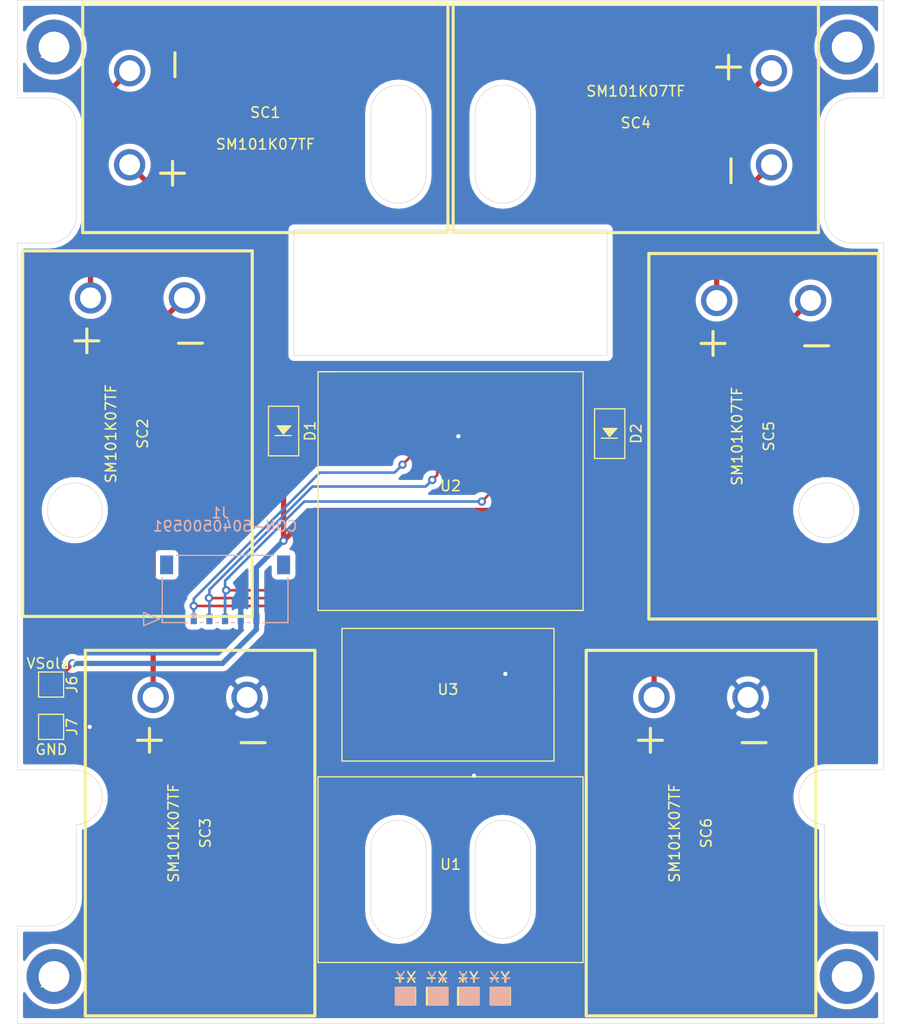
<source format=kicad_pcb>
(kicad_pcb (version 20171130) (host pcbnew "(5.1.10)-1")

  (general
    (thickness 1.6)
    (drawings 241)
    (tracks 97)
    (zones 0)
    (modules 18)
    (nets 42)
  )

  (page A4)
  (title_block
    (title "Solar Configuration for With Cutout; V4 Stucture")
    (date 2022-06-07)
    (rev 1.1)
  )

  (layers
    (0 F.Cu signal)
    (31 B.Cu signal)
    (32 B.Adhes user)
    (33 F.Adhes user)
    (34 B.Paste user)
    (35 F.Paste user)
    (36 B.SilkS user)
    (37 F.SilkS user)
    (38 B.Mask user)
    (39 F.Mask user)
    (40 Dwgs.User user hide)
    (41 Cmts.User user)
    (42 Eco1.User user)
    (43 Eco2.User user)
    (44 Edge.Cuts user)
    (45 Margin user)
    (46 B.CrtYd user)
    (47 F.CrtYd user)
    (48 B.Fab user)
    (49 F.Fab user)
  )

  (setup
    (last_trace_width 0.5)
    (user_trace_width 0.5)
    (trace_clearance 0.2)
    (zone_clearance 0.508)
    (zone_45_only no)
    (trace_min 0.25)
    (via_size 0.8)
    (via_drill 0.4)
    (via_min_size 0.8)
    (via_min_drill 0.3)
    (uvia_size 0.3)
    (uvia_drill 0.1)
    (uvias_allowed no)
    (uvia_min_size 0.3)
    (uvia_min_drill 0.1)
    (edge_width 0.05)
    (segment_width 0.2)
    (pcb_text_width 0.3)
    (pcb_text_size 1.5 1.5)
    (mod_edge_width 0.12)
    (mod_text_size 1 1)
    (mod_text_width 0.15)
    (pad_size 5.25 5.25)
    (pad_drill 2.95)
    (pad_to_mask_clearance 0)
    (aux_axis_origin 0 0)
    (grid_origin 100 147.75)
    (visible_elements 7FFFFFFF)
    (pcbplotparams
      (layerselection 0x010fc_ffffffff)
      (usegerberextensions false)
      (usegerberattributes true)
      (usegerberadvancedattributes true)
      (creategerberjobfile true)
      (excludeedgelayer true)
      (linewidth 0.100000)
      (plotframeref false)
      (viasonmask false)
      (mode 1)
      (useauxorigin false)
      (hpglpennumber 1)
      (hpglpenspeed 20)
      (hpglpendiameter 15.000000)
      (psnegative false)
      (psa4output false)
      (plotreference true)
      (plotvalue true)
      (plotinvisibletext false)
      (padsonsilk false)
      (subtractmaskfromsilk false)
      (outputformat 1)
      (mirror false)
      (drillshape 0)
      (scaleselection 1)
      (outputdirectory "Extras/WithCutout/"))
  )

  (net 0 "")
  (net 1 GND)
  (net 2 +3V3)
  (net 3 VSOLAR)
  (net 4 "Net-(SC1-Pad2)")
  (net 5 "Net-(D1-Pad2)")
  (net 6 "Net-(D2-Pad2)")
  (net 7 SDA)
  (net 8 SCL)
  (net 9 "Net-(U1-Pad7)")
  (net 10 "Net-(U1-Pad8)")
  (net 11 "Net-(U1-Pad9)")
  (net 12 "Net-(U1-Pad2)")
  (net 13 "Net-(U1-Pad6)")
  (net 14 "Net-(U1-Pad10)")
  (net 15 "Net-(U3-Pad9)")
  (net 16 "Net-(U3-Pad10)")
  (net 17 "Net-(U3-Pad8)")
  (net 18 "Net-(U3-Pad7)")
  (net 19 "Net-(U3-Pad6)")
  (net 20 "Net-(U3-Pad5)")
  (net 21 "Net-(SC5-Pad2)")
  (net 22 "Net-(U2-Pad11)")
  (net 23 "Net-(U2-Pad12)")
  (net 24 "Net-(U2-Pad16)")
  (net 25 "Net-(U2-Pad7)")
  (net 26 "Net-(U2-Pad15)")
  (net 27 "Net-(U2-Pad8)")
  (net 28 "Net-(U2-Pad9)")
  (net 29 "Net-(U2-Pad10)")
  (net 30 "Net-(U2-Pad13)")
  (net 31 "Net-(U2-Pad6)")
  (net 32 "Net-(U2-Pad14)")
  (net 33 "Net-(U2-Pad2)")
  (net 34 "Net-(J1-Pad7)")
  (net 35 "Net-(J1-Pad6)")
  (net 36 "Net-(J2-Pad1)")
  (net 37 "Net-(J3-Pad1)")
  (net 38 "Net-(J4-Pad1)")
  (net 39 "Net-(J5-Pad1)")
  (net 40 "Net-(SC2-Pad2)")
  (net 41 "Net-(SC4-Pad2)")

  (net_class Default "This is the default net class."
    (clearance 0.2)
    (trace_width 0.25)
    (via_dia 0.8)
    (via_drill 0.4)
    (uvia_dia 0.3)
    (uvia_drill 0.1)
    (diff_pair_width 0.25)
    (diff_pair_gap 0.25)
    (add_net +3V3)
    (add_net GND)
    (add_net "Net-(D1-Pad2)")
    (add_net "Net-(D2-Pad2)")
    (add_net "Net-(J1-Pad6)")
    (add_net "Net-(J1-Pad7)")
    (add_net "Net-(J2-Pad1)")
    (add_net "Net-(J3-Pad1)")
    (add_net "Net-(J4-Pad1)")
    (add_net "Net-(J5-Pad1)")
    (add_net "Net-(SC1-Pad2)")
    (add_net "Net-(SC2-Pad2)")
    (add_net "Net-(SC4-Pad2)")
    (add_net "Net-(SC5-Pad2)")
    (add_net "Net-(U1-Pad10)")
    (add_net "Net-(U1-Pad2)")
    (add_net "Net-(U1-Pad6)")
    (add_net "Net-(U1-Pad7)")
    (add_net "Net-(U1-Pad8)")
    (add_net "Net-(U1-Pad9)")
    (add_net "Net-(U2-Pad10)")
    (add_net "Net-(U2-Pad11)")
    (add_net "Net-(U2-Pad12)")
    (add_net "Net-(U2-Pad13)")
    (add_net "Net-(U2-Pad14)")
    (add_net "Net-(U2-Pad15)")
    (add_net "Net-(U2-Pad16)")
    (add_net "Net-(U2-Pad2)")
    (add_net "Net-(U2-Pad6)")
    (add_net "Net-(U2-Pad7)")
    (add_net "Net-(U2-Pad8)")
    (add_net "Net-(U2-Pad9)")
    (add_net "Net-(U3-Pad10)")
    (add_net "Net-(U3-Pad5)")
    (add_net "Net-(U3-Pad6)")
    (add_net "Net-(U3-Pad7)")
    (add_net "Net-(U3-Pad8)")
    (add_net "Net-(U3-Pad9)")
    (add_net SCL)
    (add_net SDA)
    (add_net VSOLAR)
  )

  (module SolarPanelBoards:SM101K07TF (layer F.Cu) (tedit 6275D59F) (tstamp 62767846)
    (at 165.5 129.5 90)
    (path /62735AF7)
    (fp_text reference SC6 (at 0 0.5 90) (layer F.SilkS)
      (effects (font (size 1 1) (thickness 0.15)))
    )
    (fp_text value SM101K07TF (at 0 -2.54 90) (layer F.SilkS)
      (effects (font (size 1 1) (thickness 0.15)))
    )
    (fp_line (start -17.5 -11) (end 17.5 -11) (layer F.SilkS) (width 0.3))
    (fp_line (start 17.5 -11) (end 17.5 11) (layer F.SilkS) (width 0.3))
    (fp_line (start 17.5 11) (end -17.5 11) (layer F.SilkS) (width 0.3))
    (fp_line (start -17.5 11) (end -17.5 -11) (layer F.SilkS) (width 0.3))
    (fp_text user - (at 8.89 5.08) (layer F.SilkS)
      (effects (font (size 3 3) (thickness 0.3)))
    )
    (fp_text user + (at 8.89 -5.08 90) (layer F.SilkS)
      (effects (font (size 3 3) (thickness 0.3)))
    )
    (pad 2 thru_hole circle (at 13 4.5 90) (size 3 3) (drill 2) (layers *.Cu *.Mask)
      (net 1 GND))
    (pad 1 thru_hole circle (at 13 -4.5 90) (size 3 3) (drill 2) (layers *.Cu *.Mask)
      (net 21 "Net-(SC5-Pad2)"))
    (model ${KIPRJMOD}/Extras/3-DComponents/SM101K07TF.STEP
      (offset (xyz 17.5 -11 0))
      (scale (xyz 1 1 1))
      (rotate (xyz 90 180 90))
    )
  )

  (module TestPoint:TestPoint_Pad_2.0x2.0mm (layer F.Cu) (tedit 5A0F774F) (tstamp 62A02179)
    (at 103.224999 119.325001 270)
    (descr "SMD rectangular pad as test Point, square 2.0mm side length")
    (tags "test point SMD pad rectangle square")
    (path /62A8B6C3)
    (attr virtual)
    (fp_text reference J7 (at 0 -1.998 90) (layer F.SilkS)
      (effects (font (size 1 1) (thickness 0.15)))
    )
    (fp_text value Conn_01x01 (at 0 2.05 90) (layer F.Fab)
      (effects (font (size 1 1) (thickness 0.15)))
    )
    (fp_line (start 1.5 1.5) (end -1.5 1.5) (layer F.CrtYd) (width 0.05))
    (fp_line (start 1.5 1.5) (end 1.5 -1.5) (layer F.CrtYd) (width 0.05))
    (fp_line (start -1.5 -1.5) (end -1.5 1.5) (layer F.CrtYd) (width 0.05))
    (fp_line (start -1.5 -1.5) (end 1.5 -1.5) (layer F.CrtYd) (width 0.05))
    (fp_line (start -1.2 1.2) (end -1.2 -1.2) (layer F.SilkS) (width 0.12))
    (fp_line (start 1.2 1.2) (end -1.2 1.2) (layer F.SilkS) (width 0.12))
    (fp_line (start 1.2 -1.2) (end 1.2 1.2) (layer F.SilkS) (width 0.12))
    (fp_line (start -1.2 -1.2) (end 1.2 -1.2) (layer F.SilkS) (width 0.12))
    (fp_text user %R (at 0 -2 90) (layer F.Fab)
      (effects (font (size 1 1) (thickness 0.15)))
    )
    (pad 1 smd rect (at 0 0 270) (size 2 2) (layers F.Cu F.Mask)
      (net 1 GND))
  )

  (module TestPoint:TestPoint_Pad_2.0x2.0mm (layer F.Cu) (tedit 5A0F774F) (tstamp 62A0216B)
    (at 103.224999 115.275001 270)
    (descr "SMD rectangular pad as test Point, square 2.0mm side length")
    (tags "test point SMD pad rectangle square")
    (path /62A8ACAB)
    (attr virtual)
    (fp_text reference J6 (at 0 -1.998 90) (layer F.SilkS)
      (effects (font (size 1 1) (thickness 0.15)))
    )
    (fp_text value Conn_01x01 (at 0 2.05 90) (layer F.Fab)
      (effects (font (size 1 1) (thickness 0.15)))
    )
    (fp_line (start 1.5 1.5) (end -1.5 1.5) (layer F.CrtYd) (width 0.05))
    (fp_line (start 1.5 1.5) (end 1.5 -1.5) (layer F.CrtYd) (width 0.05))
    (fp_line (start -1.5 -1.5) (end -1.5 1.5) (layer F.CrtYd) (width 0.05))
    (fp_line (start -1.5 -1.5) (end 1.5 -1.5) (layer F.CrtYd) (width 0.05))
    (fp_line (start -1.2 1.2) (end -1.2 -1.2) (layer F.SilkS) (width 0.12))
    (fp_line (start 1.2 1.2) (end -1.2 1.2) (layer F.SilkS) (width 0.12))
    (fp_line (start 1.2 -1.2) (end 1.2 1.2) (layer F.SilkS) (width 0.12))
    (fp_line (start -1.2 -1.2) (end 1.2 -1.2) (layer F.SilkS) (width 0.12))
    (fp_text user %R (at 0 -2 90) (layer F.Fab)
      (effects (font (size 1 1) (thickness 0.15)))
    )
    (pad 1 smd rect (at 0 0 270) (size 2 2) (layers F.Cu F.Mask)
      (net 3 VSOLAR))
  )

  (module SolarPanelBoards:MountingHoles (layer F.Cu) (tedit 6279A6EB) (tstamp 6279F188)
    (at 180 143.25)
    (path /6279F5BE)
    (fp_text reference J5 (at 0 0.5) (layer F.SilkS)
      (effects (font (size 1 1) (thickness 0.15)))
    )
    (fp_text value Conn_01x01 (at 0 -0.5) (layer F.Fab)
      (effects (font (size 1 1) (thickness 0.15)))
    )
    (pad 1 thru_hole circle (at -0.5 -0.02) (size 5.25 5.25) (drill 2.95) (layers *.Cu *.Mask)
      (net 39 "Net-(J5-Pad1)"))
  )

  (module SolarPanelBoards:MountingHoles (layer F.Cu) (tedit 6279963B) (tstamp 6279F183)
    (at 179.5 54.25)
    (path /6279E069)
    (fp_text reference J4 (at 0 0.5) (layer F.SilkS)
      (effects (font (size 1 1) (thickness 0.15)))
    )
    (fp_text value Conn_01x01 (at 0 -0.5) (layer F.Fab)
      (effects (font (size 1 1) (thickness 0.15)))
    )
    (pad 1 thru_hole circle (at 0 -0.02) (size 5.25 5.25) (drill 2.95) (layers *.Cu *.Mask)
      (net 38 "Net-(J4-Pad1)"))
  )

  (module SolarPanelBoards:MountingHoles (layer F.Cu) (tedit 6279A6DC) (tstamp 6279F17E)
    (at 103 143.25)
    (path /6279D1EE)
    (fp_text reference J3 (at 0 0.5) (layer F.SilkS)
      (effects (font (size 1 1) (thickness 0.15)))
    )
    (fp_text value Conn_01x01 (at 0 -0.5) (layer F.Fab)
      (effects (font (size 1 1) (thickness 0.15)))
    )
    (pad 1 thru_hole circle (at 0.5 -0.02) (size 5.25 5.25) (drill 2.95) (layers *.Cu *.Mask)
      (net 37 "Net-(J3-Pad1)"))
  )

  (module SolarPanelBoards:MountingHoles (layer F.Cu) (tedit 6279A43F) (tstamp 6279F179)
    (at 103 54.25)
    (path /62799E92)
    (fp_text reference J2 (at 0 0.5) (layer F.SilkS)
      (effects (font (size 1 1) (thickness 0.15)))
    )
    (fp_text value Conn_01x01 (at 0 -0.5) (layer F.Fab)
      (effects (font (size 1 1) (thickness 0.15)))
    )
    (pad 1 thru_hole circle (at 0.5 -0.02) (size 5.25 5.25) (drill 2.95) (layers *.Cu *.Mask)
      (net 36 "Net-(J2-Pad1)"))
  )

  (module SolarPanelBoards:CON_5040500591 (layer B.Cu) (tedit 62771E74) (tstamp 6277A0F7)
    (at 116.895001 109 180)
    (path /62771CDB)
    (fp_text reference J1 (at -2.54 10.16) (layer B.SilkS)
      (effects (font (size 1 1) (thickness 0.15)) (justify mirror))
    )
    (fp_text value CON-5040500591 (at -3.000002 8.89) (layer B.SilkS)
      (effects (font (size 1 1) (thickness 0.15)) (justify mirror))
    )
    (fp_line (start -10.294989 7.370001) (end -10.294989 -1.61) (layer B.CrtYd) (width 0.05))
    (fp_line (start -10.294989 -1.61) (end 4.294987 -1.61) (layer B.CrtYd) (width 0.05))
    (fp_line (start 4.294987 -1.61) (end 4.294987 7.370001) (layer B.CrtYd) (width 0.05))
    (fp_line (start 4.294987 7.370001) (end -10.294989 7.370001) (layer B.CrtYd) (width 0.05))
    (fp_line (start 3.278987 0) (end 4.802987 0.635) (layer B.SilkS) (width 0.12))
    (fp_line (start 4.802987 0.635) (end 4.802987 -0.635) (layer B.SilkS) (width 0.12))
    (fp_line (start 4.802987 -0.635) (end 3.278987 0) (layer B.SilkS) (width 0.12))
    (fp_line (start 3.278987 0) (end 4.802987 0.635) (layer B.Fab) (width 0.1))
    (fp_line (start 4.802987 0.635) (end 4.802987 -0.635) (layer B.Fab) (width 0.1))
    (fp_line (start 4.802987 -0.635) (end 3.278987 0) (layer B.Fab) (width 0.1))
    (fp_line (start -9.024989 3.96996) (end -9.024989 -0.34) (layer B.SilkS) (width 0.12))
    (fp_line (start -9.024989 -0.34) (end -6.620041 -0.34) (layer B.SilkS) (width 0.12))
    (fp_line (start 3.024988 -0.34) (end 3.024988 3.96996) (layer B.SilkS) (width 0.12))
    (fp_line (start 1.660115 6.1) (end -7.660116 6.1) (layer B.SilkS) (width 0.12))
    (fp_line (start -9.024989 -0.34) (end 3.024988 -0.34) (layer B.Fab) (width 0.1))
    (fp_line (start 3.024988 -0.34) (end 3.024988 6.100001) (layer B.Fab) (width 0.1))
    (fp_line (start 3.024988 6.100001) (end -9.024989 6.100001) (layer B.Fab) (width 0.1))
    (fp_line (start -9.024989 6.100001) (end -9.024989 -0.34) (layer B.Fab) (width 0.1))
    (fp_line (start 0.62004 -0.34) (end 3.024988 -0.34) (layer B.SilkS) (width 0.12))
    (fp_line (start -0.87996 -0.34) (end -0.62004 -0.34) (layer B.SilkS) (width 0.12))
    (fp_line (start -2.379959 -0.34) (end -2.12004 -0.34) (layer B.SilkS) (width 0.12))
    (fp_line (start -3.879961 -0.34) (end -3.620039 -0.34) (layer B.SilkS) (width 0.12))
    (fp_line (start -5.379961 -0.34) (end -5.120041 -0.34) (layer B.SilkS) (width 0.12))
    (fp_line (start -10.294989 7.370001) (end -10.294989 -1.61) (layer B.CrtYd) (width 0.05))
    (fp_line (start -10.294989 -1.61) (end 4.294987 -1.61) (layer B.CrtYd) (width 0.05))
    (fp_line (start 4.294987 -1.61) (end 4.294987 7.370001) (layer B.CrtYd) (width 0.05))
    (fp_line (start 4.294987 7.370001) (end -10.294989 7.370001) (layer B.CrtYd) (width 0.05))
    (fp_text user MAXIMUM_PACKAGE_HEIGHT:_2_MM (at -9.024989 -6.599999) (layer Cmts.User)
      (effects (font (size 1 1) (thickness 0.15)))
    )
    (fp_text user MAXIMUM_PACKAGE_HEIGHT:_2_MM (at -9.024989 -6.599999) (layer Cmts.User)
      (effects (font (size 1 1) (thickness 0.15)))
    )
    (fp_text user NOTE (at -9.024989 -4.059999) (layer Cmts.User)
      (effects (font (size 1 1) (thickness 0.15)))
    )
    (fp_text user NOTE (at -9.024989 -4.059999) (layer Cmts.User)
      (effects (font (size 1 1) (thickness 0.15)))
    )
    (fp_text user 5040500591 (at -0.206002 -2.961997) (layer B.Fab)
      (effects (font (size 1 1) (thickness 0.15)) (justify mirror))
    )
    (fp_text user * (at 0 0) (layer B.Fab)
      (effects (font (size 1 1) (thickness 0.15)) (justify mirror))
    )
    (fp_text user * (at 0 0) (layer B.SilkS)
      (effects (font (size 1 1) (thickness 0.15)) (justify mirror))
    )
    (fp_text user "Copyright 2021 Accelerated Designs. All rights reserved." (at 0 0) (layer Cmts.User)
      (effects (font (size 0.127 0.127) (thickness 0.002)))
    )
    (pad 7 smd rect (at -8.604999 5.19 180) (size 1.25 1.8) (layers B.Cu B.Paste B.Mask)
      (net 34 "Net-(J1-Pad7)"))
    (pad 6 smd rect (at 2.604999 5.19 180) (size 1.25 1.8) (layers B.Cu B.Paste B.Mask)
      (net 35 "Net-(J1-Pad6)"))
    (pad 5 smd rect (at -6.000001 0 180) (size 0.6 1) (layers B.Cu B.Paste B.Mask)
      (net 3 VSOLAR))
    (pad 4 smd rect (at -4.500001 0 180) (size 0.6 1) (layers B.Cu B.Paste B.Mask)
      (net 1 GND))
    (pad 3 smd rect (at -2.999999 0 180) (size 0.6 1) (layers B.Cu B.Paste B.Mask)
      (net 2 +3V3))
    (pad 2 smd rect (at -1.5 0 180) (size 0.6 1) (layers B.Cu B.Paste B.Mask)
      (net 8 SCL))
    (pad 1 smd rect (at 0 0 180) (size 0.6 1) (layers B.Cu B.Paste B.Mask)
      (net 7 SDA))
    (model ${KIPRJMOD}/Extras/3-DComponents/5040500591.stp
      (offset (xyz -3 4.75 1))
      (scale (xyz 1 1 1))
      (rotate (xyz 0 0 0))
    )
  )

  (module SolarPanelBoards:DO-214AC (layer F.Cu) (tedit 6275D7B7) (tstamp 62768828)
    (at 156.75 91.25 90)
    (descr "Diode Footprint for CDBA240LL-HF")
    (path /61455D66)
    (attr smd)
    (fp_text reference D2 (at 0 2.54 90) (layer F.SilkS)
      (effects (font (size 1 1) (thickness 0.15)))
    )
    (fp_text value CDBA240LL-HF (at 0 -2.54 90) (layer F.Fab)
      (effects (font (size 1 1) (thickness 0.15)))
    )
    (fp_line (start -0.4318 -0.8128) (end -0.4318 0.7366) (layer F.SilkS) (width 0.12))
    (fp_poly (pts (xy 0.508 0.7112) (xy -0.3048 -0.0254) (xy 0.508 -0.635)) (layer F.SilkS) (width 0.1))
    (fp_line (start -2.375 -1.45) (end 2.375 -1.45) (layer F.SilkS) (width 0.12))
    (fp_line (start -2.375 1.45) (end -2.375 -1.45) (layer F.SilkS) (width 0.12))
    (fp_line (start 2.375 1.45) (end 2.375 -1.45) (layer F.SilkS) (width 0.12))
    (fp_line (start -2.375 1.45) (end 2.375 1.45) (layer F.SilkS) (width 0.12))
    (pad 2 smd rect (at 2 0 90) (size 2.5 1.7) (layers F.Cu F.Paste F.Mask)
      (net 6 "Net-(D2-Pad2)"))
    (pad 1 smd rect (at -2 0 90) (size 2.5 1.7) (layers F.Cu F.Paste F.Mask)
      (net 3 VSOLAR))
    (model ${KIPRJMOD}/Extras/3-DComponents/CDBA240LL-HF.STEP
      (offset (xyz -2.5 1.25 0))
      (scale (xyz 1 1 1))
      (rotate (xyz -90 0 0))
    )
  )

  (module SolarPanelBoards:DO-214AC (layer F.Cu) (tedit 6275D7B7) (tstamp 6276881C)
    (at 125.5 91 90)
    (descr "Diode Footprint for CDBA240LL-HF")
    (path /61067859)
    (attr smd)
    (fp_text reference D1 (at 0 2.54 90) (layer F.SilkS)
      (effects (font (size 1 1) (thickness 0.15)))
    )
    (fp_text value CDBA240LL-HF (at 0 -2.54 90) (layer F.Fab)
      (effects (font (size 1 1) (thickness 0.15)))
    )
    (fp_line (start -0.4318 -0.8128) (end -0.4318 0.7366) (layer F.SilkS) (width 0.12))
    (fp_poly (pts (xy 0.508 0.7112) (xy -0.3048 -0.0254) (xy 0.508 -0.635)) (layer F.SilkS) (width 0.1))
    (fp_line (start -2.375 -1.45) (end 2.375 -1.45) (layer F.SilkS) (width 0.12))
    (fp_line (start -2.375 1.45) (end -2.375 -1.45) (layer F.SilkS) (width 0.12))
    (fp_line (start 2.375 1.45) (end 2.375 -1.45) (layer F.SilkS) (width 0.12))
    (fp_line (start -2.375 1.45) (end 2.375 1.45) (layer F.SilkS) (width 0.12))
    (pad 2 smd rect (at 2 0 90) (size 2.5 1.7) (layers F.Cu F.Paste F.Mask)
      (net 5 "Net-(D1-Pad2)"))
    (pad 1 smd rect (at -2 0 90) (size 2.5 1.7) (layers F.Cu F.Paste F.Mask)
      (net 3 VSOLAR))
    (model ${KIPRJMOD}/Extras/3-DComponents/CDBA240LL-HF.STEP
      (offset (xyz -2.5 1.25 0))
      (scale (xyz 1 1 1))
      (rotate (xyz -90 0 0))
    )
  )

  (module SolarPanelBoards:MCP9808 (layer F.Cu) (tedit 6275D907) (tstamp 627680BE)
    (at 141.25 116.25 180)
    (path /62748135)
    (fp_text reference U3 (at 0 0.5) (layer F.SilkS)
      (effects (font (size 1 1) (thickness 0.15)))
    )
    (fp_text value MCP9808_Breakout (at 0 -0.5) (layer F.Fab)
      (effects (font (size 1 1) (thickness 0.15)))
    )
    (fp_line (start 0 -6.35) (end -10.16 -6.35) (layer F.SilkS) (width 0.12))
    (fp_line (start -10.16 -6.35) (end -10.16 0) (layer F.SilkS) (width 0.12))
    (fp_line (start 0 -6.35) (end 10.16 -6.35) (layer F.SilkS) (width 0.12))
    (fp_line (start 10.16 -6.35) (end 10.16 0) (layer F.SilkS) (width 0.12))
    (fp_line (start -10.16 6.35) (end -10.16 0) (layer F.SilkS) (width 0.12))
    (fp_line (start 0 6.35) (end -10.16 6.35) (layer F.SilkS) (width 0.12))
    (fp_line (start 10.16 6.35) (end 10.16 0) (layer F.SilkS) (width 0.12))
    (fp_line (start 0 6.35) (end 10.16 6.35) (layer F.SilkS) (width 0.12))
    (pad 9 smd circle (at -7.62 -3.81 180) (size 4 4) (layers F.Cu F.Paste F.Mask)
      (net 15 "Net-(U3-Pad9)"))
    (pad 10 smd circle (at 7.62 -3.81 180) (size 4 4) (layers F.Cu F.Paste F.Mask)
      (net 16 "Net-(U3-Pad10)"))
    (pad 3 smd circle (at -3.81 4.064 180) (size 2 2) (layers F.Cu F.Paste F.Mask)
      (net 8 SCL))
    (pad 4 smd circle (at -1.27 4.064 180) (size 2 2) (layers F.Cu F.Paste F.Mask)
      (net 7 SDA))
    (pad 1 smd circle (at -8.89 4.064 180) (size 2 2) (layers F.Cu F.Paste F.Mask)
      (net 2 +3V3))
    (pad 2 smd circle (at -6.35 4.064 180) (size 2 2) (layers F.Cu F.Paste F.Mask)
      (net 1 GND))
    (pad 8 smd circle (at 8.89 4.064 180) (size 2 2) (layers F.Cu F.Paste F.Mask)
      (net 17 "Net-(U3-Pad8)"))
    (pad 7 smd circle (at 6.35 4.064 180) (size 2 2) (layers F.Cu F.Paste F.Mask)
      (net 18 "Net-(U3-Pad7)"))
    (pad 6 smd circle (at 3.81 4.064 180) (size 2 2) (layers F.Cu F.Paste F.Mask)
      (net 19 "Net-(U3-Pad6)"))
    (pad 5 smd circle (at 1.27 4.064 180) (size 2 2) (layers F.Cu F.Paste F.Mask)
      (net 20 "Net-(U3-Pad5)"))
    (model ${KIPRJMOD}/Extras/3-DComponents/MCP9808.STEP
      (offset (xyz -10.5 -6.5 0))
      (scale (xyz 1 1 1))
      (rotate (xyz -90 0 0))
    )
  )

  (module SolarPanelBoards:BNO080 (layer F.Cu) (tedit 6275D6A8) (tstamp 627680A8)
    (at 141.5 96.75 180)
    (path /6273EE4A)
    (fp_text reference U2 (at 0 0.5) (layer F.SilkS)
      (effects (font (size 1 1) (thickness 0.15)))
    )
    (fp_text value BNO080_Breakout (at 0 -0.5) (layer F.Fab)
      (effects (font (size 1 1) (thickness 0.15)))
    )
    (fp_line (start 0 11.43) (end 12.7 11.43) (layer F.SilkS) (width 0.12))
    (fp_line (start 12.7 2.54) (end 12.7 11.43) (layer F.SilkS) (width 0.12))
    (fp_line (start 0 11.43) (end -12.7 11.43) (layer F.SilkS) (width 0.12))
    (fp_line (start -12.7 2.54) (end -12.7 11.43) (layer F.SilkS) (width 0.12))
    (fp_line (start 12.7 11.43) (end 10.922 11.43) (layer F.SilkS) (width 0.12))
    (fp_line (start 12.7 2.54) (end 12.7 0) (layer F.SilkS) (width 0.12))
    (fp_line (start -12.7 2.54) (end -12.7 0) (layer F.SilkS) (width 0.12))
    (fp_line (start 12.7 -2.54) (end 12.7 0) (layer F.SilkS) (width 0.12))
    (fp_line (start 0 -11.43) (end 12.7 -11.43) (layer F.SilkS) (width 0.12))
    (fp_line (start 0 -11.43) (end -12.7 -11.43) (layer F.SilkS) (width 0.12))
    (fp_line (start -12.7 -11.43) (end -10.922 -11.43) (layer F.SilkS) (width 0.12))
    (fp_line (start -12.7 -2.54) (end -12.7 0) (layer F.SilkS) (width 0.12))
    (fp_line (start -12.7 -2.54) (end -12.7 -11.43) (layer F.SilkS) (width 0.12))
    (fp_line (start 12.7 -2.54) (end 12.7 -11.43) (layer F.SilkS) (width 0.12))
    (pad 11 smd circle (at 3.81 -8.89) (size 2 2) (layers F.Cu F.Paste F.Mask)
      (net 22 "Net-(U2-Pad11)"))
    (pad 12 smd circle (at 6.35 -8.89) (size 2 2) (layers F.Cu F.Paste F.Mask)
      (net 23 "Net-(U2-Pad12)"))
    (pad 16 smd circle (at 10.16 -8.89) (size 4 4) (layers F.Cu F.Paste F.Mask)
      (net 24 "Net-(U2-Pad16)"))
    (pad 7 smd circle (at -6.35 -8.89) (size 2 2) (layers F.Cu F.Paste F.Mask)
      (net 25 "Net-(U2-Pad7)"))
    (pad 15 smd circle (at -10.16 -8.89) (size 4 4) (layers F.Cu F.Paste F.Mask)
      (net 26 "Net-(U2-Pad15)"))
    (pad 8 smd circle (at -3.81 -8.89) (size 2 2) (layers F.Cu F.Paste F.Mask)
      (net 27 "Net-(U2-Pad8)"))
    (pad 9 smd circle (at -1.27 -8.89) (size 2 2) (layers F.Cu F.Paste F.Mask)
      (net 28 "Net-(U2-Pad9)"))
    (pad 10 smd circle (at 1.27 -8.89) (size 2 2) (layers F.Cu F.Paste F.Mask)
      (net 29 "Net-(U2-Pad10)"))
    (pad 13 smd circle (at -10.16 8.89 180) (size 4 4) (layers F.Cu F.Paste F.Mask)
      (net 30 "Net-(U2-Pad13)"))
    (pad 2 smd circle (at -3.81 8.89 180) (size 2 2) (layers F.Cu F.Paste F.Mask)
      (net 33 "Net-(U2-Pad2)"))
    (pad 3 smd circle (at -1.27 8.89 180) (size 2 2) (layers F.Cu F.Paste F.Mask)
      (net 1 GND))
    (pad 1 smd circle (at -6.35 8.89 180) (size 2 2) (layers F.Cu F.Paste F.Mask)
      (net 2 +3V3))
    (pad 6 smd circle (at 6.35 8.89 180) (size 2 2) (layers F.Cu F.Paste F.Mask)
      (net 31 "Net-(U2-Pad6)"))
    (pad 5 smd circle (at 3.81 8.89 180) (size 2 2) (layers F.Cu F.Paste F.Mask)
      (net 7 SDA))
    (pad 4 smd circle (at 1.27 8.89 180) (size 2 2) (layers F.Cu F.Paste F.Mask)
      (net 8 SCL))
    (pad 14 smd circle (at 10.16 8.89 180) (size 4 4) (layers F.Cu F.Paste F.Mask)
      (net 32 "Net-(U2-Pad14)"))
    (model ${KIPRJMOD}/Extras/3-DComponents/BNO085.STEP
      (offset (xyz 12.75 11.5 0))
      (scale (xyz 1 1 1))
      (rotate (xyz 90 180 0))
    )
  )

  (module SolarPanelBoards:APDS9960 (layer F.Cu) (tedit 6275D630) (tstamp 6279A1F0)
    (at 141.5 133 180)
    (path /6273B54B)
    (fp_text reference U1 (at 0 0.5) (layer F.SilkS)
      (effects (font (size 1 1) (thickness 0.15)))
    )
    (fp_text value APDS9960_Breakout (at 0 -0.5) (layer F.Fab)
      (effects (font (size 1 1) (thickness 0.15)))
    )
    (fp_line (start -12.7 0) (end -12.7 -8.89) (layer F.SilkS) (width 0.12))
    (fp_line (start 0 -8.89) (end -12.7 -8.89) (layer F.SilkS) (width 0.12))
    (fp_line (start 0 -8.89) (end 12.7 -8.89) (layer F.SilkS) (width 0.12))
    (fp_line (start 12.7 0) (end 12.7 -8.89) (layer F.SilkS) (width 0.12))
    (fp_line (start -12.7 0) (end -12.7 8.89) (layer F.SilkS) (width 0.12))
    (fp_line (start 0 8.89) (end -12.7 8.89) (layer F.SilkS) (width 0.12))
    (fp_line (start 12.7 0) (end 12.7 8.89) (layer F.SilkS) (width 0.12))
    (fp_line (start 0 8.89) (end 12.7 8.89) (layer F.SilkS) (width 0.12))
    (pad 7 smd circle (at -10.16 -6.35) (size 4 4) (layers F.Cu F.Paste F.Mask)
      (net 9 "Net-(U1-Pad7)"))
    (pad 8 smd circle (at 10.16 -6.35) (size 4 4) (layers F.Cu F.Paste F.Mask)
      (net 10 "Net-(U1-Pad8)"))
    (pad 9 smd circle (at -10.16 6.35 180) (size 4 4) (layers F.Cu F.Paste F.Mask)
      (net 11 "Net-(U1-Pad9)"))
    (pad 2 smd circle (at -3.81 6.35 180) (size 2 2) (layers F.Cu F.Paste F.Mask)
      (net 12 "Net-(U1-Pad2)"))
    (pad 3 smd circle (at -1.27 6.35 180) (size 2 2) (layers F.Cu F.Paste F.Mask)
      (net 1 GND))
    (pad 1 smd circle (at -6.35 6.35 180) (size 2 2) (layers F.Cu F.Paste F.Mask)
      (net 2 +3V3))
    (pad 6 smd circle (at 6.35 6.35 180) (size 2 2) (layers F.Cu F.Paste F.Mask)
      (net 13 "Net-(U1-Pad6)"))
    (pad 5 smd circle (at 3.81 6.35 180) (size 2 2) (layers F.Cu F.Paste F.Mask)
      (net 7 SDA))
    (pad 4 smd circle (at 1.27 6.35 180) (size 2 2) (layers F.Cu F.Paste F.Mask)
      (net 8 SCL))
    (pad 10 smd circle (at 10.16 6.35 180) (size 4 4) (layers F.Cu F.Paste F.Mask)
      (net 14 "Net-(U1-Pad10)"))
    (model ${KIPRJMOD}/Extras/3-DComponents/APDS9960.STEP
      (offset (xyz 12.75 8.75 0))
      (scale (xyz 1 1 1))
      (rotate (xyz 90 180 0))
    )
  )

  (module SolarPanelBoards:SM101K07TF (layer F.Cu) (tedit 6275D59F) (tstamp 6276783A)
    (at 171.5 91.5 90)
    (path /62735AFD)
    (fp_text reference SC5 (at 0 0.5 90) (layer F.SilkS)
      (effects (font (size 1 1) (thickness 0.15)))
    )
    (fp_text value SM101K07TF (at 0 -2.54 90) (layer F.SilkS)
      (effects (font (size 1 1) (thickness 0.15)))
    )
    (fp_line (start -17.5 -11) (end 17.5 -11) (layer F.SilkS) (width 0.3))
    (fp_line (start 17.5 -11) (end 17.5 11) (layer F.SilkS) (width 0.3))
    (fp_line (start 17.5 11) (end -17.5 11) (layer F.SilkS) (width 0.3))
    (fp_line (start -17.5 11) (end -17.5 -11) (layer F.SilkS) (width 0.3))
    (fp_text user - (at 8.89 5.08) (layer F.SilkS)
      (effects (font (size 3 3) (thickness 0.3)))
    )
    (fp_text user + (at 8.89 -5.08 90) (layer F.SilkS)
      (effects (font (size 3 3) (thickness 0.3)))
    )
    (pad 2 thru_hole circle (at 13 4.5 90) (size 3 3) (drill 2) (layers *.Cu *.Mask)
      (net 21 "Net-(SC5-Pad2)"))
    (pad 1 thru_hole circle (at 13 -4.5 90) (size 3 3) (drill 2) (layers *.Cu *.Mask)
      (net 41 "Net-(SC4-Pad2)"))
    (model ${KIPRJMOD}/Extras/3-DComponents/SM101K07TF.STEP
      (offset (xyz 17.5 -11 0))
      (scale (xyz 1 1 1))
      (rotate (xyz 90 180 90))
    )
  )

  (module SolarPanelBoards:SM101K07TF (layer F.Cu) (tedit 6275D59F) (tstamp 6276782E)
    (at 159.25 61)
    (path /61285A7B)
    (fp_text reference SC4 (at 0 0.5) (layer F.SilkS)
      (effects (font (size 1 1) (thickness 0.15)))
    )
    (fp_text value SM101K07TF (at 0 -2.54) (layer F.SilkS)
      (effects (font (size 1 1) (thickness 0.15)))
    )
    (fp_line (start -17.5 -11) (end 17.5 -11) (layer F.SilkS) (width 0.3))
    (fp_line (start 17.5 -11) (end 17.5 11) (layer F.SilkS) (width 0.3))
    (fp_line (start 17.5 11) (end -17.5 11) (layer F.SilkS) (width 0.3))
    (fp_line (start -17.5 11) (end -17.5 -11) (layer F.SilkS) (width 0.3))
    (fp_text user - (at 8.89 5.08 90) (layer F.SilkS)
      (effects (font (size 3 3) (thickness 0.3)))
    )
    (fp_text user + (at 8.89 -5.08) (layer F.SilkS)
      (effects (font (size 3 3) (thickness 0.3)))
    )
    (pad 2 thru_hole circle (at 13 4.5) (size 3 3) (drill 2) (layers *.Cu *.Mask)
      (net 41 "Net-(SC4-Pad2)"))
    (pad 1 thru_hole circle (at 13 -4.5) (size 3 3) (drill 2) (layers *.Cu *.Mask)
      (net 6 "Net-(D2-Pad2)"))
    (model ${KIPRJMOD}/Extras/3-DComponents/SM101K07TF.STEP
      (offset (xyz 17.5 -11 0))
      (scale (xyz 1 1 1))
      (rotate (xyz 90 180 90))
    )
  )

  (module SolarPanelBoards:SM101K07TF (layer F.Cu) (tedit 6275D59F) (tstamp 62767822)
    (at 117.5 129.5 90)
    (path /6128524D)
    (fp_text reference SC3 (at 0 0.5 90) (layer F.SilkS)
      (effects (font (size 1 1) (thickness 0.15)))
    )
    (fp_text value SM101K07TF (at 0 -2.54 90) (layer F.SilkS)
      (effects (font (size 1 1) (thickness 0.15)))
    )
    (fp_line (start -17.5 -11) (end 17.5 -11) (layer F.SilkS) (width 0.3))
    (fp_line (start 17.5 -11) (end 17.5 11) (layer F.SilkS) (width 0.3))
    (fp_line (start 17.5 11) (end -17.5 11) (layer F.SilkS) (width 0.3))
    (fp_line (start -17.5 11) (end -17.5 -11) (layer F.SilkS) (width 0.3))
    (fp_text user - (at 8.89 5.08) (layer F.SilkS)
      (effects (font (size 3 3) (thickness 0.3)))
    )
    (fp_text user + (at 8.89 -5.08 90) (layer F.SilkS)
      (effects (font (size 3 3) (thickness 0.3)))
    )
    (pad 2 thru_hole circle (at 13 4.5 90) (size 3 3) (drill 2) (layers *.Cu *.Mask)
      (net 1 GND))
    (pad 1 thru_hole circle (at 13 -4.5 90) (size 3 3) (drill 2) (layers *.Cu *.Mask)
      (net 40 "Net-(SC2-Pad2)"))
    (model ${KIPRJMOD}/Extras/3-DComponents/SM101K07TF.STEP
      (offset (xyz 17.5 -11 0))
      (scale (xyz 1 1 1))
      (rotate (xyz 90 180 90))
    )
  )

  (module SolarPanelBoards:SM101K07TF (layer F.Cu) (tedit 6275D59F) (tstamp 62767816)
    (at 111.5 91.25 90)
    (path /612849A3)
    (fp_text reference SC2 (at 0 0.5 90) (layer F.SilkS)
      (effects (font (size 1 1) (thickness 0.15)))
    )
    (fp_text value SM101K07TF (at 0 -2.54 90) (layer F.SilkS)
      (effects (font (size 1 1) (thickness 0.15)))
    )
    (fp_line (start -17.5 -11) (end 17.5 -11) (layer F.SilkS) (width 0.3))
    (fp_line (start 17.5 -11) (end 17.5 11) (layer F.SilkS) (width 0.3))
    (fp_line (start 17.5 11) (end -17.5 11) (layer F.SilkS) (width 0.3))
    (fp_line (start -17.5 11) (end -17.5 -11) (layer F.SilkS) (width 0.3))
    (fp_text user - (at 8.89 5.08) (layer F.SilkS)
      (effects (font (size 3 3) (thickness 0.3)))
    )
    (fp_text user + (at 8.89 -5.08 90) (layer F.SilkS)
      (effects (font (size 3 3) (thickness 0.3)))
    )
    (pad 2 thru_hole circle (at 13 4.5 90) (size 3 3) (drill 2) (layers *.Cu *.Mask)
      (net 40 "Net-(SC2-Pad2)"))
    (pad 1 thru_hole circle (at 13 -4.5 90) (size 3 3) (drill 2) (layers *.Cu *.Mask)
      (net 4 "Net-(SC1-Pad2)"))
    (model ${KIPRJMOD}/Extras/3-DComponents/SM101K07TF.STEP
      (offset (xyz 17.5 -11 0))
      (scale (xyz 1 1 1))
      (rotate (xyz 90 180 90))
    )
  )

  (module SolarPanelBoards:SM101K07TF (layer F.Cu) (tedit 6275D59F) (tstamp 6276780A)
    (at 123.75 61 180)
    (path /6143BD42)
    (fp_text reference SC1 (at 0 0.5) (layer F.SilkS)
      (effects (font (size 1 1) (thickness 0.15)))
    )
    (fp_text value SM101K07TF (at 0 -2.54) (layer F.SilkS)
      (effects (font (size 1 1) (thickness 0.15)))
    )
    (fp_line (start -17.5 -11) (end 17.5 -11) (layer F.SilkS) (width 0.3))
    (fp_line (start 17.5 -11) (end 17.5 11) (layer F.SilkS) (width 0.3))
    (fp_line (start 17.5 11) (end -17.5 11) (layer F.SilkS) (width 0.3))
    (fp_line (start -17.5 11) (end -17.5 -11) (layer F.SilkS) (width 0.3))
    (fp_text user - (at 8.89 5.08 90) (layer F.SilkS)
      (effects (font (size 3 3) (thickness 0.3)))
    )
    (fp_text user + (at 8.89 -5.08) (layer F.SilkS)
      (effects (font (size 3 3) (thickness 0.3)))
    )
    (pad 2 thru_hole circle (at 13 4.5 180) (size 3 3) (drill 2) (layers *.Cu *.Mask)
      (net 4 "Net-(SC1-Pad2)"))
    (pad 1 thru_hole circle (at 13 -4.5 180) (size 3 3) (drill 2) (layers *.Cu *.Mask)
      (net 5 "Net-(D1-Pad2)"))
    (model ${KIPRJMOD}/Extras/3-DComponents/SM101K07TF.STEP
      (offset (xyz 17.5 -11 0))
      (scale (xyz 1 1 1))
      (rotate (xyz 90 180 90))
    )
  )

  (gr_text GND (at 103.25 121.5) (layer F.SilkS)
    (effects (font (size 1 1) (thickness 0.15)))
  )
  (gr_text VSolar (at 103.25 113.25) (layer F.SilkS)
    (effects (font (size 1 1) (thickness 0.15)))
  )
  (gr_line (start 153.416 35.101) (end 153.416 27.101) (layer Dwgs.User) (width 0.15))
  (gr_line (start 130.416 27.101) (end 153.416 27.101) (layer Dwgs.User) (width 0.15))
  (gr_line (start 130.416 35.101) (end 130.416 27.101) (layer Dwgs.User) (width 0.15))
  (gr_line (start 153.416 35.101) (end 130.416 35.101) (layer Dwgs.User) (width 0.15))
  (gr_text -Y (at 137.327 143.3175) (layer B.SilkS) (tstamp 629FBF70)
    (effects (font (size 1 1) (thickness 0.15)) (justify mirror))
  )
  (gr_text -X (at 143.327 143.3175) (layer B.SilkS) (tstamp 629FBF6F)
    (effects (font (size 1 1) (thickness 0.15)) (justify mirror))
  )
  (gr_text +Y (at 140.327 143.3175) (layer B.SilkS) (tstamp 629FBF6E)
    (effects (font (size 1 1) (thickness 0.15)) (justify mirror))
  )
  (gr_text +X (at 146.327 143.3175) (layer B.SilkS) (tstamp 629FBF6D)
    (effects (font (size 1 1) (thickness 0.15)) (justify mirror))
  )
  (gr_poly (pts (xy 145.2755 145.972) (xy 147.1805 145.972) (xy 147.1805 144.2575) (xy 145.2755 144.2575)) (layer B.SilkS) (width 0.1) (tstamp 629FBF6C))
  (gr_poly (pts (xy 136.195 145.972) (xy 138.1 145.972) (xy 138.1 144.2575) (xy 136.195 144.2575)) (layer B.SilkS) (width 0.1) (tstamp 629FBF6B))
  (gr_poly (pts (xy 139.37 145.972) (xy 141.275 145.972) (xy 141.275 144.2575) (xy 139.37 144.2575)) (layer B.SilkS) (width 0.1) (tstamp 629FBF6A))
  (gr_poly (pts (xy 142.3545 145.972) (xy 144.2595 145.972) (xy 144.2595 144.2575) (xy 142.3545 144.2575)) (layer B.SilkS) (width 0.1) (tstamp 629FBF69))
  (gr_poly (pts (xy 147.244 145.972) (xy 145.339 145.972) (xy 145.339 144.2575) (xy 147.244 144.2575)) (layer F.SilkS) (width 0.1) (tstamp 629FBF53))
  (gr_poly (pts (xy 144.069 145.972) (xy 142.164 145.972) (xy 142.164 144.2575) (xy 144.069 144.2575)) (layer F.SilkS) (width 0.1) (tstamp 629FBF53))
  (gr_poly (pts (xy 141.0845 145.972) (xy 139.1795 145.972) (xy 139.1795 144.2575) (xy 141.0845 144.2575)) (layer F.SilkS) (width 0.1) (tstamp 629FBF53))
  (gr_poly (pts (xy 138.1635 145.972) (xy 136.2585 145.972) (xy 136.2585 144.2575) (xy 138.1635 144.2575)) (layer F.SilkS) (width 0.1))
  (gr_text -Y (at 146.112 143.3175) (layer F.SilkS) (tstamp 629FBF32)
    (effects (font (size 1 1) (thickness 0.15)))
  )
  (gr_text +Y (at 143.112 143.3175) (layer F.SilkS) (tstamp 629FBF32)
    (effects (font (size 1 1) (thickness 0.15)))
  )
  (gr_text -X (at 140.112 143.3175) (layer F.SilkS) (tstamp 629FBF32)
    (effects (font (size 1 1) (thickness 0.15)))
  )
  (gr_text +X (at 137.112 143.3175) (layer F.SilkS)
    (effects (font (size 1 1) (thickness 0.15)))
  )
  (gr_arc (start 180 61.75) (end 177.35 61.75) (angle 90) (layer Edge.Cuts) (width 0.05) (tstamp 6279FB85))
  (gr_line (start 180 59.1) (end 183 59.1) (layer Edge.Cuts) (width 0.05) (tstamp 6279FB84))
  (gr_arc (start 180 70.35) (end 180 73) (angle 90) (layer Edge.Cuts) (width 0.05) (tstamp 6279FB83))
  (gr_line (start 177.35 70.35) (end 177.35 61.75) (layer Edge.Cuts) (width 0.05) (tstamp 6279FB82))
  (gr_line (start 180 73) (end 183 73) (layer Edge.Cuts) (width 0.05) (tstamp 6279FB81))
  (gr_line (start 183 59.1) (end 183 49.75) (layer Edge.Cuts) (width 0.05) (tstamp 6279F7AD))
  (gr_line (start 183 123.435004) (end 183 73) (layer Edge.Cuts) (width 0.05))
  (gr_line (start 183 147.75) (end 183 138.380004) (layer Edge.Cuts) (width 0.05) (tstamp 6279F7AB))
  (gr_line (start 100 138.4) (end 100 147.75) (layer Edge.Cuts) (width 0.05) (tstamp 6279F7AA))
  (gr_line (start 100 73) (end 100 123.455) (layer Edge.Cuts) (width 0.05) (tstamp 6279F7A9))
  (gr_line (start 100 49.75) (end 100 59.1) (layer Edge.Cuts) (width 0.05) (tstamp 6279F7A8))
  (gr_arc (start 180 61.710008) (end 177.35 61.710008) (angle 90) (layer Dwgs.User) (width 0.2) (tstamp 6279F775))
  (gr_line (start 177.35 61.710008) (end 177.35 68.310008) (layer Dwgs.User) (width 0.2) (tstamp 6279F76E))
  (gr_line (start 179.5 61.710004) (end 180 61.710004) (layer Dwgs.User) (width 0.15) (tstamp 6279F76C))
  (gr_line (start 183 147.730004) (end 183 49.730004) (layer Dwgs.User) (width 0.2))
  (gr_line (start 177.255 123.517008) (end 183 123.517008) (layer Dwgs.User) (width 0.2) (tstamp 6279F72B))
  (gr_line (start 177.35 135.710008) (end 177.35 128.710008) (layer Dwgs.User) (width 0.2) (tstamp 6279F72A))
  (gr_arc (start 180 135.75) (end 177.35 135.75) (angle -90) (layer Dwgs.User) (width 0.2) (tstamp 6279F729))
  (gr_line (start 177.5 123.435004) (end 183 123.435004) (layer Edge.Cuts) (width 0.05) (tstamp 6279F728))
  (gr_arc (start 180 135.730004) (end 177.35 135.730004) (angle -90) (layer Edge.Cuts) (width 0.05) (tstamp 6279F727))
  (gr_line (start 180 138.380004) (end 183 138.380004) (layer Edge.Cuts) (width 0.05) (tstamp 6279F726))
  (gr_line (start 180 138.4) (end 183 138.4) (layer Dwgs.User) (width 0.2) (tstamp 6279F725))
  (gr_line (start 177.35 128.680004) (end 177.35 135.730004) (layer Edge.Cuts) (width 0.05) (tstamp 6279F724))
  (gr_line (start 177.35 135.75) (end 177.35 129.15) (layer Dwgs.User) (width 0.2) (tstamp 6279F723))
  (gr_arc (start 177.5 126.060004) (end 177.350001 128.680003) (angle 176.7232843) (layer Edge.Cuts) (width 0.05) (tstamp 6279F722))
  (gr_line (start 180 138.360008) (end 183 138.360008) (layer Dwgs.User) (width 0.2) (tstamp 6279F721))
  (gr_arc (start 177.5 126.110008) (end 177.350004 128.710004) (angle 171.3089) (layer Dwgs.User) (width 0.2) (tstamp 6279F720))
  (gr_arc (start 180 135.710008) (end 180 138.360008) (angle 90) (layer Dwgs.User) (width 0.2) (tstamp 6279F71F))
  (gr_circle (center 177.5 126.060008) (end 174.875 126.060008) (layer Dwgs.User) (width 0.2) (tstamp 6279F71E))
  (gr_arc (start 177.5 126.110008) (end 177.350004 128.710004) (angle 171.3089) (layer Dwgs.User) (width 0.2) (tstamp 6279F71D))
  (gr_arc (start 105.5 126.08) (end 105.649999 128.699999) (angle -176.7232843) (layer Edge.Cuts) (width 0.05))
  (gr_arc (start 103 135.769996) (end 105.65 135.769996) (angle 90) (layer Dwgs.User) (width 0.2) (tstamp 6279F63F))
  (gr_line (start 105.5 123.455) (end 100 123.455) (layer Edge.Cuts) (width 0.05) (tstamp 6279F63D))
  (gr_arc (start 103 135.75) (end 105.65 135.75) (angle 90) (layer Edge.Cuts) (width 0.05) (tstamp 6279F63B))
  (gr_line (start 105.65 128.7) (end 105.65 135.75) (layer Edge.Cuts) (width 0.05) (tstamp 6279F63A))
  (gr_line (start 103 138.4) (end 100 138.4) (layer Edge.Cuts) (width 0.05) (tstamp 6279F639))
  (gr_line (start 105.65 135.769996) (end 105.65 129.169996) (layer Dwgs.User) (width 0.2) (tstamp 6279F638))
  (gr_line (start 103 138.419996) (end 100 138.419996) (layer Dwgs.User) (width 0.2) (tstamp 6279F637))
  (gr_line (start 103 73) (end 100 73) (layer Edge.Cuts) (width 0.05))
  (gr_line (start 105.65 70.35) (end 105.65 61.75) (layer Edge.Cuts) (width 0.05) (tstamp 6279F61F))
  (gr_arc (start 103 70.35) (end 103 73) (angle -90) (layer Edge.Cuts) (width 0.05))
  (gr_line (start 103 59.1) (end 100 59.1) (layer Edge.Cuts) (width 0.05))
  (gr_arc (start 103 61.75) (end 105.65 61.75) (angle -90) (layer Edge.Cuts) (width 0.05))
  (gr_line (start 162.05 107.030004) (end 162.45 107.430004) (layer Dwgs.User) (width 0.2) (tstamp 6279F474))
  (gr_line (start 147.7 91.280004) (end 147.3 91.680004) (layer Dwgs.User) (width 0.2) (tstamp 6279F473))
  (gr_line (start 136.2 92.780004) (end 135.8 93.180004) (layer Dwgs.User) (width 0.2) (tstamp 6279F472))
  (gr_line (start 161.05 87.030004) (end 161.45 87.430004) (layer Dwgs.User) (width 0.2) (tstamp 6279F471))
  (gr_line (start 159.3 89.030004) (end 159.7 89.430004) (layer Dwgs.User) (width 0.2) (tstamp 6279F470))
  (gr_line (start 175.3 105.780004) (end 175.7 106.180004) (layer Dwgs.User) (width 0.2) (tstamp 6279F46F))
  (gr_line (start 160.8 93.530004) (end 161.2 93.930004) (layer Dwgs.User) (width 0.2) (tstamp 6279F46E))
  (gr_line (start 142.3 85.780004) (end 142.7 86.180004) (layer Dwgs.User) (width 0.2) (tstamp 6279F46D))
  (gr_circle (center 146 142.730004) (end 147 142.730004) (layer Dwgs.User) (width 0.2) (tstamp 6279F46C))
  (gr_line (start 102.025 143.280004) (end 104.975 143.280004) (layer Dwgs.User) (width 0.2) (tstamp 6279F46B))
  (gr_line (start 103.5 52.805004) (end 103.5 55.755004) (layer Dwgs.User) (width 0.2) (tstamp 6279F46A))
  (gr_circle (center 160 142.730004) (end 161 142.730004) (layer Dwgs.User) (width 0.2) (tstamp 6279F469))
  (gr_circle (center 137.25 54.730004) (end 138.25 54.730004) (layer Dwgs.User) (width 0.2) (tstamp 6279F468))
  (gr_line (start 147.3 91.280004) (end 147.7 91.680004) (layer Dwgs.User) (width 0.2) (tstamp 6279F467))
  (gr_circle (center 114 142.730004) (end 115 142.730004) (layer Dwgs.User) (width 0.2) (tstamp 6279F466))
  (gr_line (start 160.3 88.030004) (end 160.7 88.430004) (layer Dwgs.User) (width 0.2) (tstamp 6279F465))
  (gr_circle (center 114 54.730004) (end 115 54.730004) (layer Dwgs.User) (width 0.2) (tstamp 6279F464))
  (gr_line (start 159.7 89.030004) (end 159.3 89.430004) (layer Dwgs.User) (width 0.2) (tstamp 6279F463))
  (gr_line (start 161.2 93.530004) (end 160.8 93.930004) (layer Dwgs.User) (width 0.2) (tstamp 6279F462))
  (gr_circle (center 160.25 54.730004) (end 161.25 54.730004) (layer Dwgs.User) (width 0.2) (tstamp 6279F461))
  (gr_line (start 139.05 92.030004) (end 139.45 92.430004) (layer Dwgs.User) (width 0.2) (tstamp 6279F460))
  (gr_line (start 160.7 88.030004) (end 160.3 88.430004) (layer Dwgs.User) (width 0.2) (tstamp 6279F45F))
  (gr_line (start 175.7 105.780004) (end 175.3 106.180004) (layer Dwgs.User) (width 0.2) (tstamp 6279F45E))
  (gr_line (start 179.5 52.805004) (end 179.5 55.755004) (layer Dwgs.User) (width 0.2) (tstamp 6279F45D))
  (gr_line (start 175.7 107.280004) (end 175.3 107.680004) (layer Dwgs.User) (width 0.2) (tstamp 6279F45C))
  (gr_circle (center 123 142.730004) (end 124 142.730004) (layer Dwgs.User) (width 0.2) (tstamp 6279F45B))
  (gr_line (start 103.5 141.805004) (end 103.5 144.755004) (layer Dwgs.User) (width 0.2) (tstamp 6279F45A))
  (gr_circle (center 146.25 54.730004) (end 147.25 54.730004) (layer Dwgs.User) (width 0.2) (tstamp 6279F459))
  (gr_line (start 142.7 85.780004) (end 142.3 86.180004) (layer Dwgs.User) (width 0.2) (tstamp 6279F458))
  (gr_line (start 179.5 141.805004) (end 179.5 144.755004) (layer Dwgs.User) (width 0.2) (tstamp 6279F457))
  (gr_circle (center 123 54.730004) (end 124 54.730004) (layer Dwgs.User) (width 0.2) (tstamp 6279F456))
  (gr_line (start 178.025 143.280004) (end 180.975 143.280004) (layer Dwgs.User) (width 0.2) (tstamp 6279F455))
  (gr_line (start 175.3 107.280004) (end 175.7 107.680004) (layer Dwgs.User) (width 0.2) (tstamp 6279F454))
  (gr_line (start 161.45 87.030004) (end 161.05 87.430004) (layer Dwgs.User) (width 0.2) (tstamp 6279F453))
  (gr_circle (center 169 142.730004) (end 170 142.730004) (layer Dwgs.User) (width 0.2) (tstamp 6279F452))
  (gr_line (start 178.025 54.280004) (end 180.975 54.280004) (layer Dwgs.User) (width 0.2) (tstamp 6279F451))
  (gr_line (start 139.45 92.030004) (end 139.05 92.430004) (layer Dwgs.User) (width 0.2) (tstamp 6279F450))
  (gr_circle (center 169.25 54.730004) (end 170.25 54.730004) (layer Dwgs.User) (width 0.2) (tstamp 6279F44F))
  (gr_line (start 102.025 54.280004) (end 104.975 54.280004) (layer Dwgs.User) (width 0.2) (tstamp 6279F44E))
  (gr_line (start 162.45 107.030004) (end 162.05 107.430004) (layer Dwgs.User) (width 0.2) (tstamp 6279F44D))
  (gr_circle (center 137 142.730004) (end 138 142.730004) (layer Dwgs.User) (width 0.2) (tstamp 6279F44C))
  (gr_line (start 100 147.730004) (end 183 147.730004) (layer Dwgs.User) (width 0.2) (tstamp 6279F44B))
  (gr_line (start 139.15 60.580004) (end 139.15 66.580004) (layer Dwgs.User) (width 0.2) (tstamp 6279F44A))
  (gr_line (start 100 70.980004) (end 100 123.537004) (layer Dwgs.User) (width 0.2) (tstamp 6279F449))
  (gr_arc (start 136.5 66.580004) (end 133.85 66.580004) (angle -180) (layer Dwgs.User) (width 0.2) (tstamp 6279F448))
  (gr_line (start 183 147.730004) (end 183 140.430004) (layer Dwgs.User) (width 0.2) (tstamp 6279F447))
  (gr_arc (start 136.5 130.980004) (end 139.15 130.980004) (angle -180) (layer Dwgs.User) (width 0.2) (tstamp 6279F446))
  (gr_arc (start 136.5 136.980004) (end 133.85 136.980004) (angle -180) (layer Dwgs.User) (width 0.2) (tstamp 6279F445))
  (gr_arc (start 177.5 126.130004) (end 177.255409 123.537195) (angle -171.3092) (layer Dwgs.User) (width 0.2) (tstamp 6279F444))
  (gr_line (start 103 138.380004) (end 100 138.380004) (layer Dwgs.User) (width 0.2) (tstamp 6279F443))
  (gr_line (start 177.35 135.730004) (end 177.35 128.730004) (layer Dwgs.User) (width 0.2) (tstamp 6279F442))
  (gr_line (start 105.65 61.730004) (end 105.65 68.330004) (layer Dwgs.User) (width 0.2) (tstamp 6279F441))
  (gr_arc (start 180 135.730004) (end 177.35 135.730004) (angle -90) (layer Dwgs.User) (width 0.2) (tstamp 6279F440))
  (gr_arc (start 103 135.730004) (end 103 138.380004) (angle -90) (layer Dwgs.User) (width 0.2) (tstamp 6279F43F))
  (gr_line (start 135.8 92.780004) (end 136.2 93.180004) (layer Dwgs.User) (width 0.2) (tstamp 6279F43E))
  (gr_line (start 126.699999 104.425004) (end 126.3 104.825004) (layer Dwgs.User) (width 0.2) (tstamp 6279F43D))
  (gr_arc (start 105.5 126.130004) (end 105.649996 128.73) (angle -171.3089) (layer Dwgs.User) (width 0.2) (tstamp 6279F43C))
  (gr_line (start 183 57.080004) (end 183 49.730004) (layer Dwgs.User) (width 0.2) (tstamp 6279F43B))
  (gr_line (start 126.3 104.425004) (end 126.699999 104.825004) (layer Dwgs.User) (width 0.2) (tstamp 6279F43A))
  (gr_arc (start 146.5 66.580004) (end 143.85 66.580004) (angle -180) (layer Dwgs.User) (width 0.2) (tstamp 6279F439))
  (gr_line (start 133.85 136.980004) (end 133.85 130.980004) (layer Dwgs.User) (width 0.2) (tstamp 6279F438))
  (gr_line (start 149.15 60.580004) (end 149.15 66.580004) (layer Dwgs.User) (width 0.2) (tstamp 6279F437))
  (gr_circle (center 177.5 98.630004) (end 180.125 98.630004) (layer Dwgs.User) (width 0.2) (tstamp 6279F436))
  (gr_line (start 177.35 61.730004) (end 177.35 68.330004) (layer Dwgs.User) (width 0.2) (tstamp 6279F434))
  (gr_arc (start 146.5 130.980004) (end 149.15 130.980004) (angle -180) (layer Dwgs.User) (width 0.2) (tstamp 6279F433))
  (gr_line (start 100 49.730004) (end 100 59.080004) (layer Dwgs.User) (width 0.2) (tstamp 6279F432))
  (gr_line (start 143.85 130.980004) (end 143.85 136.980004) (layer Dwgs.User) (width 0.2) (tstamp 6279F431))
  (gr_line (start 125.199999 105.675004) (end 124.8 106.075004) (layer Dwgs.User) (width 0.2) (tstamp 6279F430))
  (gr_line (start 120.8 99.530004) (end 121.2 99.930004) (layer Dwgs.User) (width 0.2) (tstamp 6279F42F))
  (gr_circle (center 105.5 98.630004) (end 108.125 98.630004) (layer Dwgs.User) (width 0.2) (tstamp 6279F42E))
  (gr_line (start 183 59.080004) (end 183 57.080004) (layer Dwgs.User) (width 0.2) (tstamp 6279F42D))
  (gr_line (start 124.8 105.675004) (end 125.199999 106.075004) (layer Dwgs.User) (width 0.2) (tstamp 6279F42B))
  (gr_line (start 123.7 106.675004) (end 123.3 107.075004) (layer Dwgs.User) (width 0.2) (tstamp 6279F42A))
  (gr_line (start 123.3 106.675004) (end 123.7 107.075004) (layer Dwgs.User) (width 0.2) (tstamp 6279F429))
  (gr_line (start 133.85 60.580004) (end 133.85 66.580004) (layer Dwgs.User) (width 0.2) (tstamp 6279F428))
  (gr_arc (start 180 61.730004) (end 180 59.080004) (angle -90) (layer Dwgs.User) (width 0.2) (tstamp 6279F427))
  (gr_line (start 183 140.430004) (end 183 138.380004) (layer Dwgs.User) (width 0.2) (tstamp 6279F426))
  (gr_arc (start 146.5 60.580004) (end 149.15 60.580004) (angle -180) (layer Dwgs.User) (width 0.2) (tstamp 6279F425))
  (gr_line (start 121.55 112.530004) (end 121.95 112.930003) (layer Dwgs.User) (width 0.2) (tstamp 6279F424))
  (gr_line (start 121.95 112.530004) (end 121.55 112.930003) (layer Dwgs.User) (width 0.2) (tstamp 6279F423))
  (gr_line (start 149.15 136.980004) (end 149.15 130.980004) (layer Dwgs.User) (width 0.2) (tstamp 6279F422))
  (gr_line (start 100 138.380004) (end 100 147.730004) (layer Dwgs.User) (width 0.2) (tstamp 6279F421))
  (gr_arc (start 103 61.730004) (end 105.65 61.730004) (angle -90) (layer Dwgs.User) (width 0.2) (tstamp 6279F420))
  (gr_line (start 139.15 136.980004) (end 139.15 130.980004) (layer Dwgs.User) (width 0.2) (tstamp 6279F41E))
  (gr_line (start 121.2 99.530004) (end 120.8 99.930004) (layer Dwgs.User) (width 0.2) (tstamp 6279F41D))
  (gr_line (start 183 49.730004) (end 100 49.730004) (layer Dwgs.User) (width 0.2) (tstamp 6279F41C))
  (gr_line (start 143.85 60.580004) (end 143.85 66.580004) (layer Dwgs.User) (width 0.2) (tstamp 6279F41B))
  (gr_arc (start 136.5 60.580004) (end 139.15 60.580004) (angle -180) (layer Dwgs.User) (width 0.2) (tstamp 6279F41A))
  (gr_line (start 183 70.980004) (end 182.995 123.537004) (layer Dwgs.User) (width 0.2) (tstamp 6279F419))
  (gr_line (start 105.745 123.537004) (end 100 123.537004) (layer Dwgs.User) (width 0.2) (tstamp 6279F418))
  (gr_arc (start 146.5 136.980004) (end 143.85 136.980004) (angle -180) (layer Dwgs.User) (width 0.2) (tstamp 6279F415))
  (gr_line (start 105.65 135.730004) (end 105.65 128.730004) (layer Dwgs.User) (width 0.2) (tstamp 6279F414))
  (gr_line (start 180 138.380004) (end 183 138.380004) (layer Dwgs.User) (width 0.2) (tstamp 6279F412))
  (gr_line (start 182.995 123.537004) (end 177.25 123.537004) (layer Dwgs.User) (width 0.2) (tstamp 6279F411))
  (gr_line (start 103.5 61.73) (end 103 61.73) (layer Dwgs.User) (width 0.15))
  (gr_line (start 103.5 54.230004) (end 103.5 61.73) (layer Dwgs.User) (width 0.15))
  (gr_line (start 183 147.730004) (end 183 140.430004) (layer Dwgs.User) (width 0.2) (tstamp 6279EFCB))
  (gr_line (start 100 140.430004) (end 100 147.730004) (layer Dwgs.User) (width 0.2) (tstamp 6279EFC6))
  (gr_arc (start 105.5 126.130004) (end 105.649996 128.73) (angle -171.3089) (layer Dwgs.User) (width 0.2) (tstamp 6279EFC5))
  (gr_line (start 100 49.730004) (end 100 57.080004) (layer Dwgs.User) (width 0.2) (tstamp 6279EFC1))
  (gr_arc (start 177.5 126.130004) (end 177.255409 123.537195) (angle -171.3092) (layer Dwgs.User) (width 0.2) (tstamp 6279EFB9))
  (gr_line (start 183 123.537004) (end 183 68.980004) (layer Dwgs.User) (width 0.2) (tstamp 6279EFB7))
  (gr_line (start 183 57.080004) (end 183 49.730004) (layer Dwgs.User) (width 0.2) (tstamp 6279EFB6))
  (gr_line (start 100 68.980004) (end 100 123.537004) (layer Dwgs.User) (width 0.2) (tstamp 6279EFB4))
  (gr_arc (start 136.5 60.580004) (end 139.15 60.580004) (angle -180) (layer Dwgs.User) (width 0.2) (tstamp 6279EF87))
  (gr_arc (start 146.5 66.580004) (end 143.85 66.580004) (angle -180) (layer Dwgs.User) (width 0.2) (tstamp 6279EF86))
  (gr_arc (start 136.5 136.980004) (end 133.85 136.980004) (angle -180) (layer Dwgs.User) (width 0.2) (tstamp 6279EF85))
  (gr_line (start 100 147.730004) (end 183 147.730004) (layer Dwgs.User) (width 0.2) (tstamp 6279EF82))
  (gr_circle (center 105.5 98.630004) (end 108.125 98.630004) (layer Dwgs.User) (width 0.2) (tstamp 6279EF81))
  (gr_line (start 139.15 136.980004) (end 139.15 130.980004) (layer Dwgs.User) (width 0.2) (tstamp 6279EF80))
  (gr_line (start 139.15 60.580004) (end 139.15 66.580004) (layer Dwgs.User) (width 0.2) (tstamp 6279EF7F))
  (gr_arc (start 136.5 66.580004) (end 133.85 66.580004) (angle -180) (layer Dwgs.User) (width 0.2) (tstamp 6279EF7E))
  (gr_arc (start 146.5 130.980004) (end 149.15 130.980004) (angle -180) (layer Dwgs.User) (width 0.2) (tstamp 6279EF7D))
  (gr_arc (start 136.5 130.980004) (end 139.15 130.980004) (angle -180) (layer Dwgs.User) (width 0.2) (tstamp 6279EF7C))
  (gr_arc (start 146.5 136.980004) (end 143.85 136.980004) (angle -180) (layer Dwgs.User) (width 0.2) (tstamp 6279EF7B))
  (gr_line (start 133.85 60.580004) (end 133.85 66.580004) (layer Dwgs.User) (width 0.2) (tstamp 6279EF79))
  (gr_arc (start 146.5 60.580004) (end 149.15 60.580004) (angle -180) (layer Dwgs.User) (width 0.2) (tstamp 6279EF78))
  (gr_line (start 183 49.730004) (end 100 49.730004) (layer Dwgs.User) (width 0.2) (tstamp 6279EF76))
  (gr_line (start 149.15 60.580004) (end 149.15 66.580004) (layer Dwgs.User) (width 0.2) (tstamp 6279EF75))
  (gr_line (start 143.85 60.580004) (end 143.85 66.580004) (layer Dwgs.User) (width 0.2) (tstamp 6279EF6D))
  (gr_circle (center 177.5 98.630004) (end 180.125 98.630004) (layer Dwgs.User) (width 0.2) (tstamp 6279EF6B))
  (gr_line (start 143.85 130.980004) (end 143.85 136.980004) (layer Dwgs.User) (width 0.2) (tstamp 6279EF6A))
  (gr_line (start 133.85 136.980004) (end 133.85 130.980004) (layer Dwgs.User) (width 0.2) (tstamp 6279EF68))
  (gr_line (start 149.15 136.980004) (end 149.15 130.980004) (layer Dwgs.User) (width 0.2) (tstamp 6279EF67))
  (gr_circle (center 103.5 54.230004) (end 106.125 54.230004) (layer Dwgs.User) (width 0.2) (tstamp 62734B1C))
  (gr_circle (center 103.5 54.230004) (end 104.975 54.230004) (layer Dwgs.User) (width 0.2))
  (gr_line (start 126.5 83.75) (end 126.5 71.75) (layer Edge.Cuts) (width 0.05) (tstamp 62769F9E))
  (gr_line (start 156.5 83.75) (end 126.5 83.75) (layer Edge.Cuts) (width 0.05))
  (gr_line (start 156.5 71.75) (end 156.5 83.75) (layer Edge.Cuts) (width 0.05))
  (gr_line (start 126.5 71.75) (end 156.5 71.75) (layer Edge.Cuts) (width 0.05))
  (gr_line (start 156.5 83.730004) (end 156.5 71.730004) (layer Dwgs.User) (width 0.2))
  (gr_arc (start 146.5 136.93) (end 143.85 136.93) (angle -180) (layer Edge.Cuts) (width 0.05))
  (gr_arc (start 146.5 130.93) (end 149.15 130.93) (angle -180) (layer Edge.Cuts) (width 0.05))
  (gr_arc (start 136.5 136.93) (end 133.85 136.93) (angle -180) (layer Edge.Cuts) (width 0.05))
  (gr_arc (start 136.5 130.93) (end 139.15 130.93) (angle -180) (layer Edge.Cuts) (width 0.05))
  (gr_arc (start 146.5 66.53) (end 143.85 66.53) (angle -180) (layer Edge.Cuts) (width 0.05))
  (gr_arc (start 146.5 60.53) (end 149.15 60.53) (angle -180) (layer Edge.Cuts) (width 0.05))
  (gr_arc (start 136.5 66.53) (end 133.85 66.53) (angle -180) (layer Edge.Cuts) (width 0.05))
  (gr_arc (start 136.5 60.53) (end 139.15 60.53) (angle -180) (layer Edge.Cuts) (width 0.05))
  (gr_line (start 141.5 50.25) (end 141.5 147.75) (layer Dwgs.User) (width 0.15))
  (gr_line (start 141.5 49.75) (end 141.5 50.25) (layer Dwgs.User) (width 0.15))
  (gr_line (start 149.15 136.93) (end 149.15 130.93) (layer Edge.Cuts) (width 0.05) (tstamp 62735BAE))
  (gr_line (start 143.85 130.93) (end 143.85 136.93) (layer Edge.Cuts) (width 0.05) (tstamp 62735BAD))
  (gr_line (start 139.15 136.93) (end 139.15 130.93) (layer Edge.Cuts) (width 0.05) (tstamp 62735BAC))
  (gr_line (start 133.85 130.93) (end 133.85 136.93) (layer Edge.Cuts) (width 0.05) (tstamp 62735BAB))
  (gr_line (start 149.15 60.53) (end 149.15 66.53) (layer Edge.Cuts) (width 0.05) (tstamp 62735BA9))
  (gr_line (start 143.85 60.53) (end 143.85 66.53) (layer Edge.Cuts) (width 0.05) (tstamp 62735BA8))
  (gr_line (start 139.15 60.53) (end 139.15 66.53) (layer Edge.Cuts) (width 0.05) (tstamp 62735BA7))
  (gr_line (start 133.85 66.53) (end 133.85 60.53) (layer Edge.Cuts) (width 0.05) (tstamp 62735BA6))
  (gr_circle (center 179.5 54.230004) (end 182.125 54.230004) (layer Dwgs.User) (width 0.2) (tstamp 62734B1C))
  (gr_circle (center 179.5 143.230004) (end 182.125 143.230004) (layer Dwgs.User) (width 0.2) (tstamp 62734B1C))
  (gr_circle (center 103.5 143.230004) (end 106.125 143.230004) (layer Dwgs.User) (width 0.2) (tstamp 62734B1C))
  (gr_line (start 183 49.730004) (end 100 49.730004) (layer Dwgs.User) (width 0.2))
  (gr_line (start 156.5 71.730004) (end 126.5 71.730004) (layer Dwgs.User) (width 0.2))
  (gr_line (start 126.5 83.730004) (end 156.5 83.730004) (layer Dwgs.User) (width 0.2))
  (gr_line (start 126.5 71.730004) (end 126.5 83.730004) (layer Dwgs.User) (width 0.2))
  (gr_line (start 100 147.730004) (end 183 147.730004) (layer Dwgs.User) (width 0.2))
  (gr_circle (center 179.5 54.230004) (end 180.975 54.230004) (layer Dwgs.User) (width 0.2))
  (gr_circle (center 136.5 66.530004) (end 139.125001 66.530004) (layer Dwgs.User) (width 0.2))
  (gr_circle (center 136.5 130.930004) (end 139.125 130.930004) (layer Dwgs.User) (width 0.2))
  (gr_circle (center 179.5 143.230004) (end 180.975 143.230004) (layer Dwgs.User) (width 0.2))
  (gr_circle (center 136.5 60.530004) (end 139.125001 60.530004) (layer Dwgs.User) (width 0.2))
  (gr_circle (center 177.5 98.580004) (end 180.125 98.580004) (layer Dwgs.User) (width 0.2))
  (gr_circle (center 146.5 136.930004) (end 149.125 136.930004) (layer Dwgs.User) (width 0.2))
  (gr_circle (center 103.5 143.230004) (end 104.975 143.230004) (layer Dwgs.User) (width 0.2))
  (gr_circle (center 136.5 136.930004) (end 139.125001 136.930004) (layer Dwgs.User) (width 0.2))
  (gr_circle (center 146.5 60.530004) (end 149.125 60.530004) (layer Dwgs.User) (width 0.2))
  (gr_circle (center 177.5 126.080004) (end 180.124999 126.080004) (layer Dwgs.User) (width 0.2))
  (gr_circle (center 146.5 66.530004) (end 149.125 66.530004) (layer Dwgs.User) (width 0.2))
  (gr_circle (center 146.5 130.930004) (end 149.124999 130.930004) (layer Dwgs.User) (width 0.2))
  (gr_circle (center 105.5 98.580004) (end 108.125 98.580004) (layer Dwgs.User) (width 0.2))
  (gr_circle (center 105.5 126.080004) (end 108.125 126.080004) (layer Dwgs.User) (width 0.2))
  (gr_circle (center 177.5 98.58) (end 180.125 98.58) (layer Edge.Cuts) (width 0.05) (tstamp 6274BAD1))
  (gr_circle (center 105.5 98.58) (end 108.125 98.58) (layer Edge.Cuts) (width 0.05))
  (gr_line (start 183 49.75) (end 100 49.75) (layer Edge.Cuts) (width 0.05) (tstamp 6274BA62))
  (gr_line (start 100 147.75) (end 183 147.75) (layer Edge.Cuts) (width 0.05))

  (segment (start 142.77 88.86) (end 142.77 90.98) (width 0.25) (layer F.Cu) (net 1))
  (segment (start 142.77 90.98) (end 142.25 91.5) (width 0.25) (layer F.Cu) (net 1))
  (segment (start 142.25 91.5) (end 142.25 91.5) (width 0.25) (layer F.Cu) (net 1) (tstamp 62752180))
  (via (at 142.25 91.5) (size 0.8) (drill 0.4) (layers F.Cu B.Cu) (net 1))
  (segment (start 147.85 112.436) (end 146.75 113.536) (width 0.25) (layer F.Cu) (net 1))
  (segment (start 146.75 113.536) (end 146.75 114.25) (width 0.25) (layer F.Cu) (net 1))
  (segment (start 146.75 114.25) (end 146.75 114.25) (width 0.25) (layer F.Cu) (net 1) (tstamp 62752182))
  (via (at 146.75 114.25) (size 0.8) (drill 0.4) (layers F.Cu B.Cu) (net 1))
  (segment (start 142.77 126.4) (end 142.77 124.98) (width 0.25) (layer F.Cu) (net 1))
  (segment (start 142.77 124.98) (end 143.75 124) (width 0.25) (layer F.Cu) (net 1))
  (segment (start 143.75 124) (end 143.75 124) (width 0.25) (layer F.Cu) (net 1) (tstamp 627522AB))
  (via (at 143.75 124) (size 0.8) (drill 0.4) (layers F.Cu B.Cu) (net 1))
  (segment (start 103.224999 119.325001) (end 106.924999 119.325001) (width 0.5) (layer F.Cu) (net 1))
  (segment (start 106.924999 119.325001) (end 106.924999 119.325001) (width 0.5) (layer F.Cu) (net 1) (tstamp 62A02556))
  (via (at 106.924999 119.325001) (size 0.8) (drill 0.4) (layers F.Cu B.Cu) (net 1))
  (segment (start 150.39 112.436) (end 146.076 116.75) (width 0.25) (layer F.Cu) (net 2))
  (segment (start 147.85 126.4) (end 146 124.55) (width 0.25) (layer F.Cu) (net 2))
  (segment (start 146 116.826) (end 146.076 116.75) (width 0.25) (layer F.Cu) (net 2))
  (segment (start 146 124.55) (end 146 116.826) (width 0.25) (layer F.Cu) (net 2))
  (segment (start 144.5 97.75) (end 144.5 97.75) (width 0.25) (layer B.Cu) (net 2) (tstamp 62752107))
  (via (at 144.5 97.75) (size 0.8) (drill 0.4) (layers F.Cu B.Cu) (net 2))
  (segment (start 147.85 94.4) (end 144.5 97.75) (width 0.25) (layer F.Cu) (net 2))
  (segment (start 147.85 88.86) (end 147.85 94.4) (width 0.25) (layer F.Cu) (net 2))
  (via (at 120 106.25) (size 0.8) (drill 0.4) (layers F.Cu B.Cu) (net 2))
  (segment (start 150.39 112.436) (end 147.80398 109.84998) (width 0.25) (layer F.Cu) (net 2))
  (segment (start 147.80398 109.84998) (end 127.84998 109.84998) (width 0.25) (layer F.Cu) (net 2))
  (segment (start 124.25 106.25) (end 120 106.25) (width 0.25) (layer F.Cu) (net 2))
  (segment (start 127.84998 109.84998) (end 124.25 106.25) (width 0.25) (layer F.Cu) (net 2))
  (segment (start 119.895 109) (end 119.895 106.605) (width 0.25) (layer B.Cu) (net 2))
  (segment (start 127.47718 97.75) (end 144.5 97.75) (width 0.25) (layer B.Cu) (net 2))
  (segment (start 119.895 105.33218) (end 120.23859 104.98859) (width 0.25) (layer B.Cu) (net 2))
  (segment (start 120.23859 104.98859) (end 127.47718 97.75) (width 0.25) (layer B.Cu) (net 2))
  (segment (start 119.895 109) (end 119.895 105.33218) (width 0.25) (layer B.Cu) (net 2))
  (segment (start 120 105.22718) (end 120.23859 104.98859) (width 0.25) (layer B.Cu) (net 2))
  (segment (start 122.895002 104.079996) (end 125.516498 101.4585) (width 0.5) (layer B.Cu) (net 3))
  (segment (start 122.895002 109) (end 122.895002 104.079996) (width 0.5) (layer B.Cu) (net 3))
  (segment (start 122.895002 110) (end 119.645002 113.25) (width 0.5) (layer B.Cu) (net 3))
  (segment (start 122.895002 109) (end 122.895002 110) (width 0.5) (layer B.Cu) (net 3))
  (segment (start 119.645002 113.25) (end 107.25 113.25) (width 0.5) (layer B.Cu) (net 3))
  (segment (start 103.224999 115.275001) (end 105.25 113.25) (width 0.5) (layer F.Cu) (net 3))
  (segment (start 107.25 113.25) (end 105.25 113.25) (width 0.5) (layer B.Cu) (net 3))
  (segment (start 105.25 113.25) (end 105.25 113.25) (width 0.5) (layer B.Cu) (net 3) (tstamp 62A02554))
  (via (at 105.25 113.25) (size 0.8) (drill 0.4) (layers F.Cu B.Cu) (net 3))
  (segment (start 125.516498 101.4585) (end 125.5415 101.4585) (width 0.5) (layer B.Cu) (net 3))
  (segment (start 151.399999 98.600001) (end 156.75 93.25) (width 0.5) (layer F.Cu) (net 3))
  (segment (start 128.399999 98.600001) (end 151.399999 98.600001) (width 0.5) (layer F.Cu) (net 3))
  (segment (start 125.5 101.5) (end 125.5 101.5) (width 0.5) (layer F.Cu) (net 3))
  (segment (start 125.5 93) (end 125.5 101.5) (width 0.5) (layer F.Cu) (net 3))
  (segment (start 125.5 101.5) (end 128.399999 98.600001) (width 0.5) (layer F.Cu) (net 3) (tstamp 62A03E67))
  (via (at 125.5 101.5) (size 0.8) (drill 0.4) (layers F.Cu B.Cu) (net 3))
  (segment (start 107 60.25) (end 110.75 56.5) (width 0.5) (layer F.Cu) (net 4))
  (segment (start 107 78.25) (end 107 60.25) (width 0.5) (layer F.Cu) (net 4))
  (segment (start 125.5 85) (end 125.5 89) (width 0.5) (layer F.Cu) (net 5))
  (segment (start 125.5 80.25) (end 125.5 85) (width 0.5) (layer F.Cu) (net 5))
  (segment (start 110.75 65.5) (end 125.5 80.25) (width 0.5) (layer F.Cu) (net 5))
  (segment (start 172.25 56.5) (end 158 70.75) (width 0.5) (layer F.Cu) (net 6))
  (segment (start 158 88) (end 156.75 89.25) (width 0.5) (layer F.Cu) (net 6))
  (segment (start 158 70.75) (end 158 88) (width 0.5) (layer F.Cu) (net 6))
  (segment (start 142.77 121.32) (end 137.69 126.4) (width 0.25) (layer F.Cu) (net 7))
  (segment (start 142.77 112.436) (end 142.77 121.32) (width 0.25) (layer F.Cu) (net 7))
  (via (at 136.8935 94.2195) (size 0.8) (drill 0.4) (layers F.Cu B.Cu) (net 7))
  (via (at 116.891 107.75) (size 0.8) (drill 0.4) (layers F.Cu B.Cu) (net 7))
  (segment (start 142.77 112.436) (end 141.084 110.75) (width 0.25) (layer F.Cu) (net 7))
  (segment (start 141.084 110.75) (end 126.749998 110.75) (width 0.25) (layer F.Cu) (net 7))
  (segment (start 126.749998 110.75) (end 126.749998 110.749998) (width 0.25) (layer F.Cu) (net 7))
  (segment (start 123.75 107.75) (end 123.25 107.75) (width 0.25) (layer F.Cu) (net 7))
  (segment (start 126.749998 110.749998) (end 123.75 107.75) (width 0.25) (layer F.Cu) (net 7))
  (segment (start 116.895001 107.059359) (end 116.895001 109) (width 0.25) (layer B.Cu) (net 7))
  (segment (start 128.97286 94.9815) (end 116.895001 107.059359) (width 0.25) (layer B.Cu) (net 7))
  (segment (start 137.69 93.423) (end 136.8935 94.2195) (width 0.25) (layer F.Cu) (net 7))
  (segment (start 137.69 87.86) (end 137.69 93.423) (width 0.25) (layer F.Cu) (net 7))
  (segment (start 136.1315 94.9815) (end 136.8935 94.2195) (width 0.25) (layer B.Cu) (net 7))
  (segment (start 128.97286 94.9815) (end 136.1315 94.9815) (width 0.25) (layer B.Cu) (net 7))
  (segment (start 123.25 107.75) (end 117.07501 107.75) (width 0.25) (layer F.Cu) (net 7))
  (via (at 139.751 95.68) (size 0.8) (drill 0.4) (layers F.Cu B.Cu) (net 8))
  (via (at 118.3515 106.983) (size 0.8) (drill 0.4) (layers F.Cu B.Cu) (net 8))
  (segment (start 121.500001 106.999999) (end 121.5 107) (width 0.25) (layer F.Cu) (net 8))
  (segment (start 124.072999 106.999999) (end 121.500001 106.999999) (width 0.25) (layer F.Cu) (net 8))
  (segment (start 127.37299 110.29999) (end 124.072999 106.999999) (width 0.25) (layer F.Cu) (net 8))
  (segment (start 143.17399 110.29999) (end 127.37299 110.29999) (width 0.25) (layer F.Cu) (net 8))
  (segment (start 145.31 112.436) (end 143.17399 110.29999) (width 0.25) (layer F.Cu) (net 8))
  (segment (start 145.31 121.32) (end 145.31 112.436) (width 0.25) (layer F.Cu) (net 8))
  (segment (start 140.23 126.4) (end 145.31 121.32) (width 0.25) (layer F.Cu) (net 8))
  (segment (start 118.395001 106.195769) (end 118.395001 109) (width 0.25) (layer B.Cu) (net 8))
  (segment (start 128.27577 96.315) (end 118.395001 106.195769) (width 0.25) (layer B.Cu) (net 8))
  (segment (start 140.23 95.201) (end 139.751 95.68) (width 0.25) (layer F.Cu) (net 8))
  (segment (start 140.23 87.86) (end 140.23 95.201) (width 0.25) (layer F.Cu) (net 8))
  (segment (start 139.116 96.315) (end 139.751 95.68) (width 0.25) (layer B.Cu) (net 8))
  (segment (start 128.27577 96.315) (end 139.116 96.315) (width 0.25) (layer B.Cu) (net 8))
  (segment (start 118.368499 106.999999) (end 118.3515 106.983) (width 0.25) (layer F.Cu) (net 8))
  (segment (start 121.500001 106.999999) (end 118.368499 106.999999) (width 0.25) (layer F.Cu) (net 8))
  (segment (start 161 93.5) (end 176 78.5) (width 0.5) (layer F.Cu) (net 21))
  (segment (start 161 116.5) (end 161 93.5) (width 0.5) (layer F.Cu) (net 21))
  (segment (start 113 81.25) (end 116 78.25) (width 0.5) (layer F.Cu) (net 40))
  (segment (start 113 116.5) (end 113 81.25) (width 0.5) (layer F.Cu) (net 40))
  (segment (start 167 70.75) (end 172.25 65.5) (width 0.5) (layer F.Cu) (net 41))
  (segment (start 167 78.5) (end 167 70.75) (width 0.5) (layer F.Cu) (net 41))

  (zone (net 1) (net_name GND) (layer B.Cu) (tstamp 0) (hatch edge 0.508)
    (connect_pads (clearance 0.508))
    (min_thickness 0.254)
    (fill yes (arc_segments 32) (thermal_gap 0.508) (thermal_bridge_width 0.508))
    (polygon
      (pts
        (xy 183 147.75) (xy 100 147.75) (xy 100 49.75) (xy 183 49.75)
      )
    )
    (filled_polygon
      (pts
        (xy 182.340001 52.612516) (xy 182.032208 52.151871) (xy 181.578129 51.697792) (xy 181.044189 51.341025) (xy 180.450907 51.09528)
        (xy 179.821082 50.97) (xy 179.178918 50.97) (xy 178.549093 51.09528) (xy 177.955811 51.341025) (xy 177.421871 51.697792)
        (xy 176.967792 52.151871) (xy 176.611025 52.685811) (xy 176.36528 53.279093) (xy 176.24 53.908918) (xy 176.24 54.551082)
        (xy 176.36528 55.180907) (xy 176.611025 55.774189) (xy 176.967792 56.308129) (xy 177.421871 56.762208) (xy 177.955811 57.118975)
        (xy 178.549093 57.36472) (xy 179.178918 57.49) (xy 179.821082 57.49) (xy 180.450907 57.36472) (xy 181.044189 57.118975)
        (xy 181.578129 56.762208) (xy 182.032208 56.308129) (xy 182.34 55.847485) (xy 182.34 58.44) (xy 179.967581 58.44)
        (xy 179.938175 58.442896) (xy 179.921682 58.442781) (xy 179.912511 58.443681) (xy 179.398155 58.497742) (xy 179.339624 58.509757)
        (xy 179.280799 58.520978) (xy 179.271977 58.523642) (xy 178.777917 58.676579) (xy 178.722762 58.699764) (xy 178.667309 58.722168)
        (xy 178.659177 58.726493) (xy 178.659172 58.726495) (xy 178.659168 58.726498) (xy 178.204228 58.972481) (xy 178.154627 59.005937)
        (xy 178.10458 59.038687) (xy 178.097439 59.044512) (xy 177.698938 59.37418) (xy 177.656781 59.416632) (xy 177.614048 59.458479)
        (xy 177.608174 59.46558) (xy 177.281296 59.866373) (xy 177.248203 59.916181) (xy 177.214396 59.965555) (xy 177.210013 59.973661)
        (xy 176.967207 60.430313) (xy 176.944408 60.485628) (xy 176.920847 60.5406) (xy 176.918122 60.549403) (xy 176.768638 61.044518)
        (xy 176.757015 61.103221) (xy 176.744582 61.16171) (xy 176.743619 61.170874) (xy 176.69315 61.685595) (xy 176.69315 61.685608)
        (xy 176.690001 61.717581) (xy 176.69 70.382418) (xy 176.692896 70.411824) (xy 176.692781 70.428318) (xy 176.693681 70.437489)
        (xy 176.747742 70.951845) (xy 176.759762 71.010401) (xy 176.770978 71.069201) (xy 176.773642 71.078023) (xy 176.926579 71.572084)
        (xy 176.94977 71.627252) (xy 176.972168 71.682691) (xy 176.976494 71.690827) (xy 177.222481 72.145772) (xy 177.255937 72.195373)
        (xy 177.288687 72.24542) (xy 177.294511 72.252561) (xy 177.62418 72.651062) (xy 177.666635 72.693221) (xy 177.708479 72.735951)
        (xy 177.71558 72.741825) (xy 178.116372 73.068704) (xy 178.166183 73.101798) (xy 178.215555 73.135604) (xy 178.223661 73.139987)
        (xy 178.680313 73.382792) (xy 178.735607 73.405583) (xy 178.7906 73.429153) (xy 178.799403 73.431878) (xy 179.294518 73.581362)
        (xy 179.353206 73.592982) (xy 179.411709 73.605418) (xy 179.420874 73.606381) (xy 179.935595 73.65685) (xy 179.935598 73.65685)
        (xy 179.967581 73.66) (xy 182.340001 73.66) (xy 182.34 122.775004) (xy 177.467581 122.775004) (xy 177.410591 122.780617)
        (xy 177.051799 122.807983) (xy 176.999876 122.817103) (xy 176.947659 122.82437) (xy 176.938715 122.826588) (xy 176.442463 122.953295)
        (xy 176.386219 122.973681) (xy 176.329705 122.993276) (xy 176.321362 122.997188) (xy 175.859173 123.217873) (xy 175.807992 123.248776)
        (xy 175.756329 123.278993) (xy 175.748905 123.284452) (xy 175.338383 123.590706) (xy 175.294185 123.630956) (xy 175.24937 123.670637)
        (xy 175.243147 123.677434) (xy 174.899928 124.057592) (xy 174.864378 124.105677) (xy 174.828135 124.153292) (xy 174.823351 124.161168)
        (xy 174.560509 124.600751) (xy 174.534974 124.654828) (xy 174.508672 124.708572) (xy 174.505509 124.717228) (xy 174.333054 125.199492)
        (xy 174.318504 125.257518) (xy 174.303146 125.31533) (xy 174.301725 125.324435) (xy 174.226228 125.831012) (xy 174.223229 125.890694)
        (xy 174.219389 125.95045) (xy 174.219763 125.959658) (xy 174.244097 126.47125) (xy 174.252756 126.530436) (xy 174.260589 126.589746)
        (xy 174.262744 126.598705) (xy 174.385985 127.095828) (xy 174.405975 127.152205) (xy 174.425177 127.20886) (xy 174.429031 127.21723)
        (xy 174.646482 127.680948) (xy 174.677043 127.732371) (xy 174.706883 127.784217) (xy 174.71229 127.791679) (xy 175.01567 128.204329)
        (xy 175.055634 128.248832) (xy 175.094979 128.293898) (xy 175.101732 128.300168) (xy 175.479485 128.646033) (xy 175.527319 128.681917)
        (xy 175.574681 128.718492) (xy 175.582524 128.723331) (xy 176.020262 128.989236) (xy 176.074139 129.015138) (xy 176.127719 129.041825)
        (xy 176.136352 129.045048) (xy 176.617401 129.220866) (xy 176.675342 129.235825) (xy 176.69 129.239829) (xy 176.690001 135.762423)
        (xy 176.692896 135.79182) (xy 176.692781 135.808322) (xy 176.693681 135.817493) (xy 176.747742 136.331849) (xy 176.759762 136.390405)
        (xy 176.770978 136.449205) (xy 176.773642 136.458027) (xy 176.926579 136.952088) (xy 176.94977 137.007256) (xy 176.972168 137.062695)
        (xy 176.976494 137.070831) (xy 177.222481 137.525776) (xy 177.255937 137.575377) (xy 177.288687 137.625424) (xy 177.294511 137.632565)
        (xy 177.62418 138.031066) (xy 177.666635 138.073225) (xy 177.708479 138.115955) (xy 177.71558 138.121829) (xy 178.116372 138.448708)
        (xy 178.166183 138.481802) (xy 178.215555 138.515608) (xy 178.223661 138.519991) (xy 178.680313 138.762796) (xy 178.735607 138.785587)
        (xy 178.7906 138.809157) (xy 178.799403 138.811882) (xy 179.294518 138.961366) (xy 179.353206 138.972986) (xy 179.411709 138.985422)
        (xy 179.420874 138.986385) (xy 179.935595 139.036854) (xy 179.935598 139.036854) (xy 179.967581 139.040004) (xy 182.340001 139.040004)
        (xy 182.340001 141.612516) (xy 182.032208 141.151871) (xy 181.578129 140.697792) (xy 181.044189 140.341025) (xy 180.450907 140.09528)
        (xy 179.821082 139.97) (xy 179.178918 139.97) (xy 178.549093 140.09528) (xy 177.955811 140.341025) (xy 177.421871 140.697792)
        (xy 176.967792 141.151871) (xy 176.611025 141.685811) (xy 176.36528 142.279093) (xy 176.24 142.908918) (xy 176.24 143.551082)
        (xy 176.36528 144.180907) (xy 176.611025 144.774189) (xy 176.967792 145.308129) (xy 177.421871 145.762208) (xy 177.955811 146.118975)
        (xy 178.549093 146.36472) (xy 179.178918 146.49) (xy 179.821082 146.49) (xy 180.450907 146.36472) (xy 181.044189 146.118975)
        (xy 181.578129 145.762208) (xy 182.032208 145.308129) (xy 182.34 144.847485) (xy 182.34 147.09) (xy 100.66 147.09)
        (xy 100.66 144.847485) (xy 100.967792 145.308129) (xy 101.421871 145.762208) (xy 101.955811 146.118975) (xy 102.549093 146.36472)
        (xy 103.178918 146.49) (xy 103.821082 146.49) (xy 104.450907 146.36472) (xy 105.044189 146.118975) (xy 105.578129 145.762208)
        (xy 106.032208 145.308129) (xy 106.388975 144.774189) (xy 106.63472 144.180907) (xy 106.76 143.551082) (xy 106.76 142.908918)
        (xy 106.63472 142.279093) (xy 106.388975 141.685811) (xy 106.032208 141.151871) (xy 105.578129 140.697792) (xy 105.044189 140.341025)
        (xy 104.450907 140.09528) (xy 103.821082 139.97) (xy 103.178918 139.97) (xy 102.549093 140.09528) (xy 101.955811 140.341025)
        (xy 101.421871 140.697792) (xy 100.967792 141.151871) (xy 100.66 141.612515) (xy 100.66 139.06) (xy 103.032419 139.06)
        (xy 103.061825 139.057104) (xy 103.078318 139.057219) (xy 103.087489 139.056319) (xy 103.601845 139.002258) (xy 103.660401 138.990238)
        (xy 103.719201 138.979022) (xy 103.728023 138.976358) (xy 104.222084 138.823421) (xy 104.277252 138.80023) (xy 104.332691 138.777832)
        (xy 104.340827 138.773506) (xy 104.795772 138.527519) (xy 104.845373 138.494063) (xy 104.89542 138.461313) (xy 104.902561 138.455489)
        (xy 105.301062 138.12582) (xy 105.343221 138.083365) (xy 105.385951 138.041521) (xy 105.391825 138.03442) (xy 105.718704 137.633628)
        (xy 105.751798 137.583817) (xy 105.785604 137.534445) (xy 105.789987 137.526339) (xy 106.032792 137.069687) (xy 106.055583 137.014393)
        (xy 106.079153 136.9594) (xy 106.081878 136.950597) (xy 106.231362 136.455482) (xy 106.242982 136.396794) (xy 106.255418 136.338291)
        (xy 106.256381 136.329126) (xy 106.30685 135.814405) (xy 106.30685 135.814402) (xy 106.31 135.782419) (xy 106.31 130.897582)
        (xy 133.19 130.897582) (xy 133.190001 136.962419) (xy 133.190226 136.964702) (xy 133.190274 136.971602) (xy 133.193408 137.001421)
        (xy 133.193408 137.031405) (xy 133.194371 137.04057) (xy 133.252022 137.554536) (xy 133.264458 137.613039) (xy 133.276078 137.671727)
        (xy 133.278803 137.68053) (xy 133.435185 138.173509) (xy 133.458736 138.228456) (xy 133.481545 138.283797) (xy 133.485929 138.291903)
        (xy 133.735087 138.74512) (xy 133.768856 138.794439) (xy 133.801985 138.844303) (xy 133.80786 138.851403) (xy 134.140302 139.247593)
        (xy 134.183052 139.289456) (xy 134.225192 139.331892) (xy 134.232334 139.337716) (xy 134.635399 139.661789) (xy 134.685452 139.694542)
        (xy 134.735045 139.727994) (xy 134.743182 139.73232) (xy 135.201518 139.971931) (xy 135.25695 139.994327) (xy 135.312126 140.017521)
        (xy 135.320948 140.020184) (xy 135.817094 140.166208) (xy 135.875828 140.177412) (xy 135.934451 140.189446) (xy 135.943623 140.190345)
        (xy 136.458683 140.237219) (xy 136.518501 140.236801) (xy 136.578318 140.237219) (xy 136.587489 140.236319) (xy 136.587491 140.236319)
        (xy 137.101845 140.182258) (xy 137.160401 140.170238) (xy 137.219201 140.159022) (xy 137.228023 140.156358) (xy 137.722084 140.003421)
        (xy 137.777252 139.98023) (xy 137.832691 139.957832) (xy 137.840827 139.953506) (xy 138.295772 139.707519) (xy 138.345373 139.674063)
        (xy 138.39542 139.641313) (xy 138.402561 139.635489) (xy 138.801062 139.30582) (xy 138.843221 139.263365) (xy 138.885951 139.221521)
        (xy 138.891825 139.21442) (xy 139.218704 138.813628) (xy 139.251798 138.763817) (xy 139.285604 138.714445) (xy 139.289987 138.706339)
        (xy 139.532792 138.249687) (xy 139.555583 138.194393) (xy 139.579153 138.1394) (xy 139.581878 138.130597) (xy 139.731362 137.635482)
        (xy 139.742982 137.576794) (xy 139.755418 137.518291) (xy 139.756381 137.509126) (xy 139.80685 136.994405) (xy 139.80685 136.994402)
        (xy 139.81 136.962419) (xy 139.81 130.897582) (xy 143.19 130.897582) (xy 143.190001 136.962419) (xy 143.190226 136.964702)
        (xy 143.190274 136.971602) (xy 143.193408 137.001421) (xy 143.193408 137.031405) (xy 143.194371 137.04057) (xy 143.252022 137.554536)
        (xy 143.264458 137.613039) (xy 143.276078 137.671727) (xy 143.278803 137.68053) (xy 143.435185 138.173509) (xy 143.458736 138.228456)
        (xy 143.481545 138.283797) (xy 143.485929 138.291903) (xy 143.735087 138.74512) (xy 143.768856 138.794439) (xy 143.801985 138.844303)
        (xy 143.80786 138.851403) (xy 144.140302 139.247593) (xy 144.183052 139.289456) (xy 144.225192 139.331892) (xy 144.232334 139.337716)
        (xy 144.635399 139.661789) (xy 144.685452 139.694542) (xy 144.735045 139.727994) (xy 144.743182 139.73232) (xy 145.201518 139.971931)
        (xy 145.25695 139.994327) (xy 145.312126 140.017521) (xy 145.320948 140.020184) (xy 145.817094 140.166208) (xy 145.875828 140.177412)
        (xy 145.934451 140.189446) (xy 145.943623 140.190345) (xy 146.458683 140.237219) (xy 146.518501 140.236801) (xy 146.578318 140.237219)
        (xy 146.587489 140.236319) (xy 146.587491 140.236319) (xy 147.101845 140.182258) (xy 147.160401 140.170238) (xy 147.219201 140.159022)
        (xy 147.228023 140.156358) (xy 147.722084 140.003421) (xy 147.777252 139.98023) (xy 147.832691 139.957832) (xy 147.840827 139.953506)
        (xy 148.295772 139.707519) (xy 148.345373 139.674063) (xy 148.39542 139.641313) (xy 148.402561 139.635489) (xy 148.801062 139.30582)
        (xy 148.843221 139.263365) (xy 148.885951 139.221521) (xy 148.891825 139.21442) (xy 149.218704 138.813628) (xy 149.251798 138.763817)
        (xy 149.285604 138.714445) (xy 149.289987 138.706339) (xy 149.532792 138.249687) (xy 149.555583 138.194393) (xy 149.579153 138.1394)
        (xy 149.581878 138.130597) (xy 149.731362 137.635482) (xy 149.742982 137.576794) (xy 149.755418 137.518291) (xy 149.756381 137.509126)
        (xy 149.80685 136.994405) (xy 149.80685 136.994402) (xy 149.81 136.962419) (xy 149.81 130.897581) (xy 149.809774 130.895287)
        (xy 149.809726 130.888398) (xy 149.806592 130.858579) (xy 149.806592 130.828594) (xy 149.805629 130.81943) (xy 149.747978 130.305464)
        (xy 149.735542 130.246961) (xy 149.723922 130.188273) (xy 149.721197 130.17947) (xy 149.564815 129.68649) (xy 149.541259 129.63153)
        (xy 149.518455 129.576203) (xy 149.514072 129.568097) (xy 149.264913 129.11488) (xy 149.231126 129.065535) (xy 149.198014 129.015697)
        (xy 149.19214 129.008597) (xy 148.859697 128.612407) (xy 148.816967 128.570563) (xy 148.774808 128.528108) (xy 148.767666 128.522284)
        (xy 148.364601 128.198212) (xy 148.314582 128.165481) (xy 148.264955 128.132006) (xy 148.256818 128.12768) (xy 147.798482 127.888068)
        (xy 147.743017 127.865659) (xy 147.687874 127.842479) (xy 147.679052 127.839816) (xy 147.182905 127.693792) (xy 147.124186 127.682591)
        (xy 147.065549 127.670554) (xy 147.056378 127.669655) (xy 146.541317 127.622781) (xy 146.4815 127.623199) (xy 146.421682 127.622781)
        (xy 146.412511 127.623681) (xy 145.898155 127.677742) (xy 145.839624 127.689757) (xy 145.780799 127.700978) (xy 145.771977 127.703642)
        (xy 145.277917 127.856579) (xy 145.222762 127.879764) (xy 145.167309 127.902168) (xy 145.159177 127.906493) (xy 145.159172 127.906495)
        (xy 145.159168 127.906498) (xy 144.704228 128.152481) (xy 144.654627 128.185937) (xy 144.60458 128.218687) (xy 144.597439 128.224512)
        (xy 144.198938 128.55418) (xy 144.156781 128.596632) (xy 144.114048 128.638479) (xy 144.108174 128.64558) (xy 143.781296 129.046373)
        (xy 143.748203 129.096181) (xy 143.714396 129.145555) (xy 143.710013 129.153661) (xy 143.467207 129.610313) (xy 143.444408 129.665628)
        (xy 143.420847 129.7206) (xy 143.418122 129.729403) (xy 143.268638 130.224518) (xy 143.257015 130.283221) (xy 143.244582 130.34171)
        (xy 143.243619 130.350874) (xy 143.19315 130.865595) (xy 143.19 130.897582) (xy 139.81 130.897582) (xy 139.81 130.897581)
        (xy 139.809774 130.895287) (xy 139.809726 130.888398) (xy 139.806592 130.858579) (xy 139.806592 130.828594) (xy 139.805629 130.81943)
        (xy 139.747978 130.305464) (xy 139.735542 130.246961) (xy 139.723922 130.188273) (xy 139.721197 130.17947) (xy 139.564815 129.68649)
        (xy 139.541259 129.63153) (xy 139.518455 129.576203) (xy 139.514072 129.568097) (xy 139.264913 129.11488) (xy 139.231126 129.065535)
        (xy 139.198014 129.015697) (xy 139.19214 129.008597) (xy 138.859697 128.612407) (xy 138.816967 128.570563) (xy 138.774808 128.528108)
        (xy 138.767666 128.522284) (xy 138.364601 128.198212) (xy 138.314582 128.165481) (xy 138.264955 128.132006) (xy 138.256818 128.12768)
        (xy 137.798482 127.888068) (xy 137.743017 127.865659) (xy 137.687874 127.842479) (xy 137.679052 127.839816) (xy 137.182905 127.693792)
        (xy 137.124186 127.682591) (xy 137.065549 127.670554) (xy 137.056378 127.669655) (xy 136.541317 127.622781) (xy 136.4815 127.623199)
        (xy 136.421682 127.622781) (xy 136.412511 127.623681) (xy 135.898155 127.677742) (xy 135.839624 127.689757) (xy 135.780799 127.700978)
        (xy 135.771977 127.703642) (xy 135.277917 127.856579) (xy 135.222762 127.879764) (xy 135.167309 127.902168) (xy 135.159177 127.906493)
        (xy 135.159172 127.906495) (xy 135.159168 127.906498) (xy 134.704228 128.152481) (xy 134.654627 128.185937) (xy 134.60458 128.218687)
        (xy 134.597439 128.224512) (xy 134.198938 128.55418) (xy 134.156781 128.596632) (xy 134.114048 128.638479) (xy 134.108174 128.64558)
        (xy 133.781296 129.046373) (xy 133.748203 129.096181) (xy 133.714396 129.145555) (xy 133.710013 129.153661) (xy 133.467207 129.610313)
        (xy 133.444408 129.665628) (xy 133.420847 129.7206) (xy 133.418122 129.729403) (xy 133.268638 130.224518) (xy 133.257015 130.283221)
        (xy 133.244582 130.34171) (xy 133.243619 130.350874) (xy 133.19315 130.865595) (xy 133.19 130.897582) (xy 106.31 130.897582)
        (xy 106.31 129.255487) (xy 106.73338 129.121183) (xy 106.788327 129.097632) (xy 106.843668 129.074823) (xy 106.851774 129.07044)
        (xy 107.300593 128.8237) (xy 107.349971 128.78989) (xy 107.399775 128.756801) (xy 107.406876 128.750927) (xy 107.799221 128.42171)
        (xy 107.841066 128.378979) (xy 107.883521 128.33682) (xy 107.889345 128.329679) (xy 108.210274 127.930524) (xy 108.243034 127.880461)
        (xy 108.276479 127.830877) (xy 108.280805 127.82274) (xy 108.518092 127.368853) (xy 108.540494 127.313407) (xy 108.563682 127.258244)
        (xy 108.566345 127.249422) (xy 108.710952 126.758089) (xy 108.722153 126.69937) (xy 108.73419 126.640733) (xy 108.735089 126.631562)
        (xy 108.781509 126.121498) (xy 108.781091 126.06168) (xy 108.781509 126.001863) (xy 108.78061 125.992692) (xy 108.727074 125.483326)
        (xy 108.715047 125.424739) (xy 108.703837 125.365969) (xy 108.701173 125.357147) (xy 108.54972 124.867881) (xy 108.526545 124.812751)
        (xy 108.504131 124.757272) (xy 108.499804 124.749136) (xy 108.256203 124.298605) (xy 108.222758 124.249021) (xy 108.189998 124.198958)
        (xy 108.184174 124.191817) (xy 107.857704 123.797183) (xy 107.815287 123.755061) (xy 107.773405 123.712292) (xy 107.766304 123.706418)
        (xy 107.369399 123.382711) (xy 107.319557 123.349596) (xy 107.270218 123.315813) (xy 107.262112 123.31143) (xy 106.809893 123.070979)
        (xy 106.754601 123.04819) (xy 106.699605 123.024618) (xy 106.690801 123.021893) (xy 106.200489 122.873859) (xy 106.141818 122.862242)
        (xy 106.083297 122.849803) (xy 106.074132 122.84884) (xy 105.632706 122.805558) (xy 105.629383 122.80455) (xy 105.532419 122.795)
        (xy 100.66 122.795) (xy 100.66 116.289721) (xy 110.865 116.289721) (xy 110.865 116.710279) (xy 110.947047 117.122756)
        (xy 111.107988 117.511302) (xy 111.341637 117.860983) (xy 111.639017 118.158363) (xy 111.988698 118.392012) (xy 112.377244 118.552953)
        (xy 112.789721 118.635) (xy 113.210279 118.635) (xy 113.622756 118.552953) (xy 114.011302 118.392012) (xy 114.360983 118.158363)
        (xy 114.527693 117.991653) (xy 120.687952 117.991653) (xy 120.843962 118.307214) (xy 121.218745 118.49802) (xy 121.623551 118.612044)
        (xy 122.042824 118.644902) (xy 122.460451 118.595334) (xy 122.860383 118.465243) (xy 123.156038 118.307214) (xy 123.312048 117.991653)
        (xy 122 116.679605) (xy 120.687952 117.991653) (xy 114.527693 117.991653) (xy 114.658363 117.860983) (xy 114.892012 117.511302)
        (xy 115.052953 117.122756) (xy 115.135 116.710279) (xy 115.135 116.542824) (xy 119.855098 116.542824) (xy 119.904666 116.960451)
        (xy 120.034757 117.360383) (xy 120.192786 117.656038) (xy 120.508347 117.812048) (xy 121.820395 116.5) (xy 122.179605 116.5)
        (xy 123.491653 117.812048) (xy 123.807214 117.656038) (xy 123.99802 117.281255) (xy 124.112044 116.876449) (xy 124.144902 116.457176)
        (xy 124.125027 116.289721) (xy 158.865 116.289721) (xy 158.865 116.710279) (xy 158.947047 117.122756) (xy 159.107988 117.511302)
        (xy 159.341637 117.860983) (xy 159.639017 118.158363) (xy 159.988698 118.392012) (xy 160.377244 118.552953) (xy 160.789721 118.635)
        (xy 161.210279 118.635) (xy 161.622756 118.552953) (xy 162.011302 118.392012) (xy 162.360983 118.158363) (xy 162.527693 117.991653)
        (xy 168.687952 117.991653) (xy 168.843962 118.307214) (xy 169.218745 118.49802) (xy 169.623551 118.612044) (xy 170.042824 118.644902)
        (xy 170.460451 118.595334) (xy 170.860383 118.465243) (xy 171.156038 118.307214) (xy 171.312048 117.991653) (xy 170 116.679605)
        (xy 168.687952 117.991653) (xy 162.527693 117.991653) (xy 162.658363 117.860983) (xy 162.892012 117.511302) (xy 163.052953 117.122756)
        (xy 163.135 116.710279) (xy 163.135 116.542824) (xy 167.855098 116.542824) (xy 167.904666 116.960451) (xy 168.034757 117.360383)
        (xy 168.192786 117.656038) (xy 168.508347 117.812048) (xy 169.820395 116.5) (xy 170.179605 116.5) (xy 171.491653 117.812048)
        (xy 171.807214 117.656038) (xy 171.99802 117.281255) (xy 172.112044 116.876449) (xy 172.144902 116.457176) (xy 172.095334 116.039549)
        (xy 171.965243 115.639617) (xy 171.807214 115.343962) (xy 171.491653 115.187952) (xy 170.179605 116.5) (xy 169.820395 116.5)
        (xy 168.508347 115.187952) (xy 168.192786 115.343962) (xy 168.00198 115.718745) (xy 167.887956 116.123551) (xy 167.855098 116.542824)
        (xy 163.135 116.542824) (xy 163.135 116.289721) (xy 163.052953 115.877244) (xy 162.892012 115.488698) (xy 162.658363 115.139017)
        (xy 162.527693 115.008347) (xy 168.687952 115.008347) (xy 170 116.320395) (xy 171.312048 115.008347) (xy 171.156038 114.692786)
        (xy 170.781255 114.50198) (xy 170.376449 114.387956) (xy 169.957176 114.355098) (xy 169.539549 114.404666) (xy 169.139617 114.534757)
        (xy 168.843962 114.692786) (xy 168.687952 115.008347) (xy 162.527693 115.008347) (xy 162.360983 114.841637) (xy 162.011302 114.607988)
        (xy 161.622756 114.447047) (xy 161.210279 114.365) (xy 160.789721 114.365) (xy 160.377244 114.447047) (xy 159.988698 114.607988)
        (xy 159.639017 114.841637) (xy 159.341637 115.139017) (xy 159.107988 115.488698) (xy 158.947047 115.877244) (xy 158.865 116.289721)
        (xy 124.125027 116.289721) (xy 124.095334 116.039549) (xy 123.965243 115.639617) (xy 123.807214 115.343962) (xy 123.491653 115.187952)
        (xy 122.179605 116.5) (xy 121.820395 116.5) (xy 120.508347 115.187952) (xy 120.192786 115.343962) (xy 120.00198 115.718745)
        (xy 119.887956 116.123551) (xy 119.855098 116.542824) (xy 115.135 116.542824) (xy 115.135 116.289721) (xy 115.052953 115.877244)
        (xy 114.892012 115.488698) (xy 114.658363 115.139017) (xy 114.527693 115.008347) (xy 120.687952 115.008347) (xy 122 116.320395)
        (xy 123.312048 115.008347) (xy 123.156038 114.692786) (xy 122.781255 114.50198) (xy 122.376449 114.387956) (xy 121.957176 114.355098)
        (xy 121.539549 114.404666) (xy 121.139617 114.534757) (xy 120.843962 114.692786) (xy 120.687952 115.008347) (xy 114.527693 115.008347)
        (xy 114.360983 114.841637) (xy 114.011302 114.607988) (xy 113.622756 114.447047) (xy 113.210279 114.365) (xy 112.789721 114.365)
        (xy 112.377244 114.447047) (xy 111.988698 114.607988) (xy 111.639017 114.841637) (xy 111.341637 115.139017) (xy 111.107988 115.488698)
        (xy 110.947047 115.877244) (xy 110.865 116.289721) (xy 100.66 116.289721) (xy 100.66 113.148061) (xy 104.215 113.148061)
        (xy 104.215 113.351939) (xy 104.254774 113.551898) (xy 104.332795 113.740256) (xy 104.446063 113.909774) (xy 104.590226 114.053937)
        (xy 104.759744 114.167205) (xy 104.948102 114.245226) (xy 105.148061 114.285) (xy 105.351939 114.285) (xy 105.551898 114.245226)
        (xy 105.740256 114.167205) (xy 105.788454 114.135) (xy 119.601533 114.135) (xy 119.645002 114.139281) (xy 119.688471 114.135)
        (xy 119.688479 114.135) (xy 119.818492 114.122195) (xy 119.985315 114.071589) (xy 120.139061 113.989411) (xy 120.273819 113.878817)
        (xy 120.301536 113.845044) (xy 123.490051 110.65653) (xy 123.523819 110.628817) (xy 123.634413 110.494059) (xy 123.716591 110.340313)
        (xy 123.767197 110.17349) (xy 123.780002 110.043477) (xy 123.780002 110.043467) (xy 123.784283 110.000001) (xy 123.780002 109.956534)
        (xy 123.780002 109.752603) (xy 123.784504 109.74418) (xy 123.820814 109.624482) (xy 123.833074 109.5) (xy 123.833074 108.5)
        (xy 123.820814 108.375518) (xy 123.784504 108.25582) (xy 123.780002 108.247397) (xy 123.780002 104.446574) (xy 124.236928 103.989648)
        (xy 124.236928 104.71) (xy 124.249188 104.834482) (xy 124.285498 104.95418) (xy 124.344463 105.064494) (xy 124.423815 105.161185)
        (xy 124.520506 105.240537) (xy 124.63082 105.299502) (xy 124.750518 105.335812) (xy 124.875 105.348072) (xy 126.125 105.348072)
        (xy 126.249482 105.335812) (xy 126.36918 105.299502) (xy 126.479494 105.240537) (xy 126.576185 105.161185) (xy 126.655537 105.064494)
        (xy 126.714502 104.95418) (xy 126.750812 104.834482) (xy 126.763072 104.71) (xy 126.763072 102.91) (xy 126.750812 102.785518)
        (xy 126.714502 102.66582) (xy 126.655537 102.555506) (xy 126.576185 102.458815) (xy 126.479494 102.379463) (xy 126.36918 102.320498)
        (xy 126.249482 102.284188) (xy 126.185795 102.277916) (xy 126.303937 102.159774) (xy 126.417205 101.990256) (xy 126.495226 101.801898)
        (xy 126.535 101.601939) (xy 126.535 101.398061) (xy 126.495226 101.198102) (xy 126.417205 101.009744) (xy 126.303937 100.840226)
        (xy 126.159774 100.696063) (xy 125.990256 100.582795) (xy 125.801898 100.504774) (xy 125.797986 100.503996) (xy 127.791982 98.51)
        (xy 143.796289 98.51) (xy 143.840226 98.553937) (xy 144.009744 98.667205) (xy 144.198102 98.745226) (xy 144.398061 98.785)
        (xy 144.601939 98.785) (xy 144.801898 98.745226) (xy 144.990256 98.667205) (xy 145.159774 98.553937) (xy 145.303937 98.409774)
        (xy 145.406649 98.256053) (xy 174.210914 98.256053) (xy 174.210914 98.903947) (xy 174.337312 99.539391) (xy 174.58525 100.137966)
        (xy 174.9452 100.67667) (xy 175.40333 101.1348) (xy 175.942034 101.49475) (xy 176.540609 101.742688) (xy 177.176053 101.869086)
        (xy 177.823947 101.869086) (xy 178.459391 101.742688) (xy 179.057966 101.49475) (xy 179.59667 101.1348) (xy 180.0548 100.67667)
        (xy 180.41475 100.137966) (xy 180.662688 99.539391) (xy 180.789086 98.903947) (xy 180.789086 98.256053) (xy 180.662688 97.620609)
        (xy 180.41475 97.022034) (xy 180.0548 96.48333) (xy 179.59667 96.0252) (xy 179.057966 95.66525) (xy 178.459391 95.417312)
        (xy 177.823947 95.290914) (xy 177.176053 95.290914) (xy 176.540609 95.417312) (xy 175.942034 95.66525) (xy 175.40333 96.0252)
        (xy 174.9452 96.48333) (xy 174.58525 97.022034) (xy 174.337312 97.620609) (xy 174.210914 98.256053) (xy 145.406649 98.256053)
        (xy 145.417205 98.240256) (xy 145.495226 98.051898) (xy 145.535 97.851939) (xy 145.535 97.648061) (xy 145.495226 97.448102)
        (xy 145.417205 97.259744) (xy 145.303937 97.090226) (xy 145.159774 96.946063) (xy 144.990256 96.832795) (xy 144.801898 96.754774)
        (xy 144.601939 96.715) (xy 144.398061 96.715) (xy 144.198102 96.754774) (xy 144.009744 96.832795) (xy 143.840226 96.946063)
        (xy 143.796289 96.99) (xy 139.465394 96.99) (xy 139.540276 96.949974) (xy 139.656001 96.855001) (xy 139.679803 96.825998)
        (xy 139.790801 96.715) (xy 139.852939 96.715) (xy 140.052898 96.675226) (xy 140.241256 96.597205) (xy 140.410774 96.483937)
        (xy 140.554937 96.339774) (xy 140.668205 96.170256) (xy 140.746226 95.981898) (xy 140.786 95.781939) (xy 140.786 95.578061)
        (xy 140.746226 95.378102) (xy 140.668205 95.189744) (xy 140.554937 95.020226) (xy 140.410774 94.876063) (xy 140.241256 94.762795)
        (xy 140.052898 94.684774) (xy 139.852939 94.645) (xy 139.649061 94.645) (xy 139.449102 94.684774) (xy 139.260744 94.762795)
        (xy 139.091226 94.876063) (xy 138.947063 95.020226) (xy 138.833795 95.189744) (xy 138.755774 95.378102) (xy 138.720587 95.555)
        (xy 136.630682 95.555) (xy 136.671501 95.521501) (xy 136.695303 95.492498) (xy 136.933301 95.2545) (xy 136.995439 95.2545)
        (xy 137.195398 95.214726) (xy 137.383756 95.136705) (xy 137.553274 95.023437) (xy 137.697437 94.879274) (xy 137.810705 94.709756)
        (xy 137.888726 94.521398) (xy 137.9285 94.321439) (xy 137.9285 94.117561) (xy 137.888726 93.917602) (xy 137.810705 93.729244)
        (xy 137.697437 93.559726) (xy 137.553274 93.415563) (xy 137.383756 93.302295) (xy 137.195398 93.224274) (xy 136.995439 93.1845)
        (xy 136.791561 93.1845) (xy 136.591602 93.224274) (xy 136.403244 93.302295) (xy 136.233726 93.415563) (xy 136.089563 93.559726)
        (xy 135.976295 93.729244) (xy 135.898274 93.917602) (xy 135.8585 94.117561) (xy 135.8585 94.179699) (xy 135.816699 94.2215)
        (xy 129.010182 94.2215) (xy 128.972859 94.217824) (xy 128.935537 94.2215) (xy 128.935527 94.2215) (xy 128.823874 94.232497)
        (xy 128.680613 94.275954) (xy 128.548583 94.346526) (xy 128.464943 94.415168) (xy 128.432859 94.441499) (xy 128.409061 94.470497)
        (xy 116.384004 106.495555) (xy 116.355 106.519358) (xy 116.299872 106.586533) (xy 116.260027 106.635083) (xy 116.19605 106.754774)
        (xy 116.189455 106.767113) (xy 116.145998 106.910374) (xy 116.135001 107.022027) (xy 116.135001 107.022037) (xy 116.132788 107.044501)
        (xy 116.087063 107.090226) (xy 115.973795 107.259744) (xy 115.895774 107.448102) (xy 115.856 107.648061) (xy 115.856 107.851939)
        (xy 115.895774 108.051898) (xy 115.973795 108.240256) (xy 115.998847 108.277749) (xy 115.969189 108.375518) (xy 115.956929 108.5)
        (xy 115.956929 109.5) (xy 115.969189 109.624482) (xy 116.005499 109.74418) (xy 116.064464 109.854494) (xy 116.143816 109.951185)
        (xy 116.240507 110.030537) (xy 116.350821 110.089502) (xy 116.470519 110.125812) (xy 116.595001 110.138072) (xy 117.195001 110.138072)
        (xy 117.319483 110.125812) (xy 117.439181 110.089502) (xy 117.549495 110.030537) (xy 117.645001 109.952158) (xy 117.740507 110.030537)
        (xy 117.850821 110.089502) (xy 117.970519 110.125812) (xy 118.095001 110.138072) (xy 118.695001 110.138072) (xy 118.819483 110.125812)
        (xy 118.939181 110.089502) (xy 119.049495 110.030537) (xy 119.145001 109.952158) (xy 119.240506 110.030537) (xy 119.35082 110.089502)
        (xy 119.470518 110.125812) (xy 119.595 110.138072) (xy 120.195 110.138072) (xy 120.319482 110.125812) (xy 120.43918 110.089502)
        (xy 120.549494 110.030537) (xy 120.645001 109.952157) (xy 120.740508 110.030537) (xy 120.850822 110.089502) (xy 120.97052 110.125812)
        (xy 121.095002 110.138072) (xy 121.109252 110.135) (xy 121.268002 109.97625) (xy 121.268002 109.127) (xy 121.248002 109.127)
        (xy 121.248002 108.873) (xy 121.268002 108.873) (xy 121.268002 108.02375) (xy 121.109252 107.865) (xy 121.095002 107.861928)
        (xy 120.97052 107.874188) (xy 120.850822 107.910498) (xy 120.740508 107.969463) (xy 120.655 108.039637) (xy 120.655 107.057127)
        (xy 120.659774 107.053937) (xy 120.803937 106.909774) (xy 120.917205 106.740256) (xy 120.995226 106.551898) (xy 121.035 106.351939)
        (xy 121.035 106.148061) (xy 120.995226 105.948102) (xy 120.917205 105.759744) (xy 120.803937 105.590226) (xy 120.757846 105.544135)
        (xy 122.010003 104.291978) (xy 122.010002 107.948353) (xy 121.939182 107.910498) (xy 121.819484 107.874188) (xy 121.695002 107.861928)
        (xy 121.680752 107.865) (xy 121.522002 108.02375) (xy 121.522002 108.873) (xy 121.542002 108.873) (xy 121.542002 109.127)
        (xy 121.522002 109.127) (xy 121.522002 109.97625) (xy 121.594588 110.048836) (xy 119.278424 112.365) (xy 105.788454 112.365)
        (xy 105.740256 112.332795) (xy 105.551898 112.254774) (xy 105.351939 112.215) (xy 105.148061 112.215) (xy 104.948102 112.254774)
        (xy 104.759744 112.332795) (xy 104.590226 112.446063) (xy 104.446063 112.590226) (xy 104.332795 112.759744) (xy 104.254774 112.948102)
        (xy 104.215 113.148061) (xy 100.66 113.148061) (xy 100.66 102.91) (xy 113.02693 102.91) (xy 113.02693 104.71)
        (xy 113.03919 104.834482) (xy 113.0755 104.95418) (xy 113.134465 105.064494) (xy 113.213817 105.161185) (xy 113.310508 105.240537)
        (xy 113.420822 105.299502) (xy 113.54052 105.335812) (xy 113.665002 105.348072) (xy 114.915002 105.348072) (xy 115.039484 105.335812)
        (xy 115.159182 105.299502) (xy 115.269496 105.240537) (xy 115.366187 105.161185) (xy 115.445539 105.064494) (xy 115.504504 104.95418)
        (xy 115.540814 104.834482) (xy 115.553074 104.71) (xy 115.553074 102.91) (xy 115.540814 102.785518) (xy 115.504504 102.66582)
        (xy 115.445539 102.555506) (xy 115.366187 102.458815) (xy 115.269496 102.379463) (xy 115.159182 102.320498) (xy 115.039484 102.284188)
        (xy 114.915002 102.271928) (xy 113.665002 102.271928) (xy 113.54052 102.284188) (xy 113.420822 102.320498) (xy 113.310508 102.379463)
        (xy 113.213817 102.458815) (xy 113.134465 102.555506) (xy 113.0755 102.66582) (xy 113.03919 102.785518) (xy 113.02693 102.91)
        (xy 100.66 102.91) (xy 100.66 98.256053) (xy 102.210914 98.256053) (xy 102.210914 98.903947) (xy 102.337312 99.539391)
        (xy 102.58525 100.137966) (xy 102.9452 100.67667) (xy 103.40333 101.1348) (xy 103.942034 101.49475) (xy 104.540609 101.742688)
        (xy 105.176053 101.869086) (xy 105.823947 101.869086) (xy 106.459391 101.742688) (xy 107.057966 101.49475) (xy 107.59667 101.1348)
        (xy 108.0548 100.67667) (xy 108.41475 100.137966) (xy 108.662688 99.539391) (xy 108.789086 98.903947) (xy 108.789086 98.256053)
        (xy 108.662688 97.620609) (xy 108.41475 97.022034) (xy 108.0548 96.48333) (xy 107.59667 96.0252) (xy 107.057966 95.66525)
        (xy 106.459391 95.417312) (xy 105.823947 95.290914) (xy 105.176053 95.290914) (xy 104.540609 95.417312) (xy 103.942034 95.66525)
        (xy 103.40333 96.0252) (xy 102.9452 96.48333) (xy 102.58525 97.022034) (xy 102.337312 97.620609) (xy 102.210914 98.256053)
        (xy 100.66 98.256053) (xy 100.66 78.039721) (xy 104.865 78.039721) (xy 104.865 78.460279) (xy 104.947047 78.872756)
        (xy 105.107988 79.261302) (xy 105.341637 79.610983) (xy 105.639017 79.908363) (xy 105.988698 80.142012) (xy 106.377244 80.302953)
        (xy 106.789721 80.385) (xy 107.210279 80.385) (xy 107.622756 80.302953) (xy 108.011302 80.142012) (xy 108.360983 79.908363)
        (xy 108.658363 79.610983) (xy 108.892012 79.261302) (xy 109.052953 78.872756) (xy 109.135 78.460279) (xy 109.135 78.039721)
        (xy 113.865 78.039721) (xy 113.865 78.460279) (xy 113.947047 78.872756) (xy 114.107988 79.261302) (xy 114.341637 79.610983)
        (xy 114.639017 79.908363) (xy 114.988698 80.142012) (xy 115.377244 80.302953) (xy 115.789721 80.385) (xy 116.210279 80.385)
        (xy 116.622756 80.302953) (xy 117.011302 80.142012) (xy 117.360983 79.908363) (xy 117.658363 79.610983) (xy 117.892012 79.261302)
        (xy 118.052953 78.872756) (xy 118.135 78.460279) (xy 118.135 78.039721) (xy 118.052953 77.627244) (xy 117.892012 77.238698)
        (xy 117.658363 76.889017) (xy 117.360983 76.591637) (xy 117.011302 76.357988) (xy 116.622756 76.197047) (xy 116.210279 76.115)
        (xy 115.789721 76.115) (xy 115.377244 76.197047) (xy 114.988698 76.357988) (xy 114.639017 76.591637) (xy 114.341637 76.889017)
        (xy 114.107988 77.238698) (xy 113.947047 77.627244) (xy 113.865 78.039721) (xy 109.135 78.039721) (xy 109.052953 77.627244)
        (xy 108.892012 77.238698) (xy 108.658363 76.889017) (xy 108.360983 76.591637) (xy 108.011302 76.357988) (xy 107.622756 76.197047)
        (xy 107.210279 76.115) (xy 106.789721 76.115) (xy 106.377244 76.197047) (xy 105.988698 76.357988) (xy 105.639017 76.591637)
        (xy 105.341637 76.889017) (xy 105.107988 77.238698) (xy 104.947047 77.627244) (xy 104.865 78.039721) (xy 100.66 78.039721)
        (xy 100.66 73.66) (xy 103.032419 73.66) (xy 103.061825 73.657104) (xy 103.078318 73.657219) (xy 103.087489 73.656319)
        (xy 103.601845 73.602258) (xy 103.660401 73.590238) (xy 103.719201 73.579022) (xy 103.728023 73.576358) (xy 104.222084 73.423421)
        (xy 104.277252 73.40023) (xy 104.332691 73.377832) (xy 104.340827 73.373506) (xy 104.795772 73.127519) (xy 104.845373 73.094063)
        (xy 104.89542 73.061313) (xy 104.902561 73.055489) (xy 105.301062 72.72582) (xy 105.343221 72.683365) (xy 105.385951 72.641521)
        (xy 105.391825 72.63442) (xy 105.718704 72.233628) (xy 105.751798 72.183817) (xy 105.785604 72.134445) (xy 105.789987 72.126339)
        (xy 105.990089 71.75) (xy 125.836807 71.75) (xy 125.840001 71.782429) (xy 125.84 83.717581) (xy 125.836807 83.75)
        (xy 125.84955 83.879383) (xy 125.88729 84.003793) (xy 125.948575 84.11845) (xy 126.031052 84.218948) (xy 126.13155 84.301425)
        (xy 126.246207 84.36271) (xy 126.370617 84.40045) (xy 126.5 84.413193) (xy 126.532419 84.41) (xy 156.467581 84.41)
        (xy 156.5 84.413193) (xy 156.532419 84.41) (xy 156.629383 84.40045) (xy 156.753793 84.36271) (xy 156.86845 84.301425)
        (xy 156.968948 84.218948) (xy 157.051425 84.11845) (xy 157.11271 84.003793) (xy 157.15045 83.879383) (xy 157.163193 83.75)
        (xy 157.16 83.717581) (xy 157.16 78.289721) (xy 164.865 78.289721) (xy 164.865 78.710279) (xy 164.947047 79.122756)
        (xy 165.107988 79.511302) (xy 165.341637 79.860983) (xy 165.639017 80.158363) (xy 165.988698 80.392012) (xy 166.377244 80.552953)
        (xy 166.789721 80.635) (xy 167.210279 80.635) (xy 167.622756 80.552953) (xy 168.011302 80.392012) (xy 168.360983 80.158363)
        (xy 168.658363 79.860983) (xy 168.892012 79.511302) (xy 169.052953 79.122756) (xy 169.135 78.710279) (xy 169.135 78.289721)
        (xy 173.865 78.289721) (xy 173.865 78.710279) (xy 173.947047 79.122756) (xy 174.107988 79.511302) (xy 174.341637 79.860983)
        (xy 174.639017 80.158363) (xy 174.988698 80.392012) (xy 175.377244 80.552953) (xy 175.789721 80.635) (xy 176.210279 80.635)
        (xy 176.622756 80.552953) (xy 177.011302 80.392012) (xy 177.360983 80.158363) (xy 177.658363 79.860983) (xy 177.892012 79.511302)
        (xy 178.052953 79.122756) (xy 178.135 78.710279) (xy 178.135 78.289721) (xy 178.052953 77.877244) (xy 177.892012 77.488698)
        (xy 177.658363 77.139017) (xy 177.360983 76.841637) (xy 177.011302 76.607988) (xy 176.622756 76.447047) (xy 176.210279 76.365)
        (xy 175.789721 76.365) (xy 175.377244 76.447047) (xy 174.988698 76.607988) (xy 174.639017 76.841637) (xy 174.341637 77.139017)
        (xy 174.107988 77.488698) (xy 173.947047 77.877244) (xy 173.865 78.289721) (xy 169.135 78.289721) (xy 169.052953 77.877244)
        (xy 168.892012 77.488698) (xy 168.658363 77.139017) (xy 168.360983 76.841637) (xy 168.011302 76.607988) (xy 167.622756 76.447047)
        (xy 167.210279 76.365) (xy 166.789721 76.365) (xy 166.377244 76.447047) (xy 165.988698 76.607988) (xy 165.639017 76.841637)
        (xy 165.341637 77.139017) (xy 165.107988 77.488698) (xy 164.947047 77.877244) (xy 164.865 78.289721) (xy 157.16 78.289721)
        (xy 157.16 71.782419) (xy 157.163193 71.75) (xy 157.15045 71.620617) (xy 157.11271 71.496207) (xy 157.051425 71.38155)
        (xy 156.968948 71.281052) (xy 156.86845 71.198575) (xy 156.753793 71.13729) (xy 156.629383 71.09955) (xy 156.532419 71.09)
        (xy 156.5 71.086807) (xy 156.467581 71.09) (xy 126.532419 71.09) (xy 126.5 71.086807) (xy 126.467581 71.09)
        (xy 126.370617 71.09955) (xy 126.246207 71.13729) (xy 126.13155 71.198575) (xy 126.031052 71.281052) (xy 125.948575 71.38155)
        (xy 125.88729 71.496207) (xy 125.84955 71.620617) (xy 125.836807 71.75) (xy 105.990089 71.75) (xy 106.032792 71.669687)
        (xy 106.055583 71.614393) (xy 106.079153 71.5594) (xy 106.081878 71.550597) (xy 106.231362 71.055482) (xy 106.242982 70.996794)
        (xy 106.255418 70.938291) (xy 106.256381 70.929126) (xy 106.30685 70.414405) (xy 106.30685 70.414402) (xy 106.31 70.382419)
        (xy 106.31 65.289721) (xy 108.615 65.289721) (xy 108.615 65.710279) (xy 108.697047 66.122756) (xy 108.857988 66.511302)
        (xy 109.091637 66.860983) (xy 109.389017 67.158363) (xy 109.738698 67.392012) (xy 110.127244 67.552953) (xy 110.539721 67.635)
        (xy 110.960279 67.635) (xy 111.372756 67.552953) (xy 111.761302 67.392012) (xy 112.110983 67.158363) (xy 112.408363 66.860983)
        (xy 112.607857 66.562418) (xy 133.19 66.562418) (xy 133.190226 66.564712) (xy 133.190274 66.571602) (xy 133.193408 66.601421)
        (xy 133.193408 66.631405) (xy 133.194371 66.64057) (xy 133.252022 67.154536) (xy 133.264458 67.213039) (xy 133.276078 67.271727)
        (xy 133.278803 67.28053) (xy 133.435185 67.773509) (xy 133.458736 67.828456) (xy 133.481545 67.883797) (xy 133.485929 67.891903)
        (xy 133.735087 68.34512) (xy 133.768856 68.394439) (xy 133.801985 68.444303) (xy 133.80786 68.451403) (xy 134.140302 68.847593)
        (xy 134.183052 68.889456) (xy 134.225192 68.931892) (xy 134.232334 68.937716) (xy 134.635399 69.261789) (xy 134.685452 69.294542)
        (xy 134.735045 69.327994) (xy 134.743182 69.33232) (xy 135.201518 69.571931) (xy 135.25695 69.594327) (xy 135.312126 69.617521)
        (xy 135.320948 69.620184) (xy 135.817094 69.766208) (xy 135.875828 69.777412) (xy 135.934451 69.789446) (xy 135.943623 69.790345)
        (xy 136.458683 69.837219) (xy 136.518501 69.836801) (xy 136.578318 69.837219) (xy 136.587489 69.836319) (xy 136.587491 69.836319)
        (xy 137.101845 69.782258) (xy 137.160401 69.770238) (xy 137.219201 69.759022) (xy 137.228023 69.756358) (xy 137.722084 69.603421)
        (xy 137.777252 69.58023) (xy 137.832691 69.557832) (xy 137.840827 69.553506) (xy 138.295772 69.307519) (xy 138.345373 69.274063)
        (xy 138.39542 69.241313) (xy 138.402561 69.235489) (xy 138.801062 68.90582) (xy 138.843221 68.863365) (xy 138.885951 68.821521)
        (xy 138.891825 68.81442) (xy 139.218704 68.413628) (xy 139.251798 68.363817) (xy 139.285604 68.314445) (xy 139.289987 68.306339)
        (xy 139.532792 67.849687) (xy 139.555583 67.794393) (xy 139.579153 67.7394) (xy 139.581878 67.730597) (xy 139.731362 67.235482)
        (xy 139.742982 67.176794) (xy 139.755418 67.118291) (xy 139.756381 67.109126) (xy 139.80685 66.594405) (xy 139.80685 66.594402)
        (xy 139.81 66.562419) (xy 139.81 60.497582) (xy 143.19 60.497582) (xy 143.190001 66.562419) (xy 143.190226 66.564702)
        (xy 143.190274 66.571602) (xy 143.193408 66.601421) (xy 143.193408 66.631405) (xy 143.194371 66.64057) (xy 143.252022 67.154536)
        (xy 143.264458 67.213039) (xy 143.276078 67.271727) (xy 143.278803 67.28053) (xy 143.435185 67.773509) (xy 143.458736 67.828456)
        (xy 143.481545 67.883797) (xy 143.485929 67.891903) (xy 143.735087 68.34512) (xy 143.768856 68.394439) (xy 143.801985 68.444303)
        (xy 143.80786 68.451403) (xy 144.140302 68.847593) (xy 144.183052 68.889456) (xy 144.225192 68.931892) (xy 144.232334 68.937716)
        (xy 144.635399 69.261789) (xy 144.685452 69.294542) (xy 144.735045 69.327994) (xy 144.743182 69.33232) (xy 145.201518 69.571931)
        (xy 145.25695 69.594327) (xy 145.312126 69.617521) (xy 145.320948 69.620184) (xy 145.817094 69.766208) (xy 145.875828 69.777412)
        (xy 145.934451 69.789446) (xy 145.943623 69.790345) (xy 146.458683 69.837219) (xy 146.518501 69.836801) (xy 146.578318 69.837219)
        (xy 146.587489 69.836319) (xy 146.587491 69.836319) (xy 147.101845 69.782258) (xy 147.160401 69.770238) (xy 147.219201 69.759022)
        (xy 147.228023 69.756358) (xy 147.722084 69.603421) (xy 147.777252 69.58023) (xy 147.832691 69.557832) (xy 147.840827 69.553506)
        (xy 148.295772 69.307519) (xy 148.345373 69.274063) (xy 148.39542 69.241313) (xy 148.402561 69.235489) (xy 148.801062 68.90582)
        (xy 148.843221 68.863365) (xy 148.885951 68.821521) (xy 148.891825 68.81442) (xy 149.218704 68.413628) (xy 149.251798 68.363817)
        (xy 149.285604 68.314445) (xy 149.289987 68.306339) (xy 149.532792 67.849687) (xy 149.555583 67.794393) (xy 149.579153 67.7394)
        (xy 149.581878 67.730597) (xy 149.731362 67.235482) (xy 149.742982 67.176794) (xy 149.755418 67.118291) (xy 149.756381 67.109126)
        (xy 149.80685 66.594405) (xy 149.80685 66.594402) (xy 149.81 66.562419) (xy 149.81 65.289721) (xy 170.115 65.289721)
        (xy 170.115 65.710279) (xy 170.197047 66.122756) (xy 170.357988 66.511302) (xy 170.591637 66.860983) (xy 170.889017 67.158363)
        (xy 171.238698 67.392012) (xy 171.627244 67.552953) (xy 172.039721 67.635) (xy 172.460279 67.635) (xy 172.872756 67.552953)
        (xy 173.261302 67.392012) (xy 173.610983 67.158363) (xy 173.908363 66.860983) (xy 174.142012 66.511302) (xy 174.302953 66.122756)
        (xy 174.385 65.710279) (xy 174.385 65.289721) (xy 174.302953 64.877244) (xy 174.142012 64.488698) (xy 173.908363 64.139017)
        (xy 173.610983 63.841637) (xy 173.261302 63.607988) (xy 172.872756 63.447047) (xy 172.460279 63.365) (xy 172.039721 63.365)
        (xy 171.627244 63.447047) (xy 171.238698 63.607988) (xy 170.889017 63.841637) (xy 170.591637 64.139017) (xy 170.357988 64.488698)
        (xy 170.197047 64.877244) (xy 170.115 65.289721) (xy 149.81 65.289721) (xy 149.81 60.497581) (xy 149.809774 60.495287)
        (xy 149.809726 60.488398) (xy 149.806592 60.458579) (xy 149.806592 60.428594) (xy 149.805629 60.41943) (xy 149.747978 59.905464)
        (xy 149.735542 59.846961) (xy 149.723922 59.788273) (xy 149.721197 59.77947) (xy 149.564815 59.28649) (xy 149.541259 59.23153)
        (xy 149.518455 59.176203) (xy 149.514072 59.168097) (xy 149.264913 58.71488) (xy 149.231126 58.665535) (xy 149.198014 58.615697)
        (xy 149.19214 58.608597) (xy 148.859697 58.212407) (xy 148.816967 58.170563) (xy 148.774808 58.128108) (xy 148.767666 58.122284)
        (xy 148.364601 57.798212) (xy 148.314582 57.765481) (xy 148.264955 57.732006) (xy 148.256818 57.72768) (xy 147.798482 57.488068)
        (xy 147.743017 57.465659) (xy 147.687874 57.442479) (xy 147.679052 57.439816) (xy 147.182905 57.293792) (xy 147.124186 57.282591)
        (xy 147.065549 57.270554) (xy 147.056378 57.269655) (xy 146.541317 57.222781) (xy 146.4815 57.223199) (xy 146.421682 57.222781)
        (xy 146.412511 57.223681) (xy 145.898155 57.277742) (xy 145.839624 57.289757) (xy 145.780799 57.300978) (xy 145.771977 57.303642)
        (xy 145.277917 57.456579) (xy 145.222762 57.479764) (xy 145.167309 57.502168) (xy 145.159177 57.506493) (xy 145.159172 57.506495)
        (xy 145.159168 57.506498) (xy 144.704228 57.752481) (xy 144.654627 57.785937) (xy 144.60458 57.818687) (xy 144.597439 57.824512)
        (xy 144.198938 58.15418) (xy 144.156781 58.196632) (xy 144.114048 58.238479) (xy 144.108174 58.24558) (xy 143.781296 58.646373)
        (xy 143.748203 58.696181) (xy 143.714396 58.745555) (xy 143.710013 58.753661) (xy 143.467207 59.210313) (xy 143.444408 59.265628)
        (xy 143.420847 59.3206) (xy 143.418122 59.329403) (xy 143.268638 59.824518) (xy 143.257015 59.883221) (xy 143.244582 59.94171)
        (xy 143.243619 59.950874) (xy 143.19315 60.465595) (xy 143.19 60.497582) (xy 139.81 60.497582) (xy 139.81 60.497581)
        (xy 139.809774 60.495287) (xy 139.809726 60.488398) (xy 139.806592 60.458579) (xy 139.806592 60.428594) (xy 139.805629 60.41943)
        (xy 139.747978 59.905464) (xy 139.735542 59.846961) (xy 139.723922 59.788273) (xy 139.721197 59.77947) (xy 139.564815 59.28649)
        (xy 139.541259 59.23153) (xy 139.518455 59.176203) (xy 139.514072 59.168097) (xy 139.264913 58.71488) (xy 139.231126 58.665535)
        (xy 139.198014 58.615697) (xy 139.19214 58.608597) (xy 138.859697 58.212407) (xy 138.816967 58.170563) (xy 138.774808 58.128108)
        (xy 138.767666 58.122284) (xy 138.364601 57.798212) (xy 138.314582 57.765481) (xy 138.264955 57.732006) (xy 138.256818 57.72768)
        (xy 137.798482 57.488068) (xy 137.743017 57.465659) (xy 137.687874 57.442479) (xy 137.679052 57.439816) (xy 137.182905 57.293792)
        (xy 137.124186 57.282591) (xy 137.065549 57.270554) (xy 137.056378 57.269655) (xy 136.541317 57.222781) (xy 136.4815 57.223199)
        (xy 136.421682 57.222781) (xy 136.412511 57.223681) (xy 135.898155 57.277742) (xy 135.839624 57.289757) (xy 135.780799 57.300978)
        (xy 135.771977 57.303642) (xy 135.277917 57.456579) (xy 135.222762 57.479764) (xy 135.167309 57.502168) (xy 135.159177 57.506493)
        (xy 135.159172 57.506495) (xy 135.159168 57.506498) (xy 134.704228 57.752481) (xy 134.654627 57.785937) (xy 134.60458 57.818687)
        (xy 134.597439 57.824512) (xy 134.198938 58.15418) (xy 134.156781 58.196632) (xy 134.114048 58.238479) (xy 134.108174 58.24558)
        (xy 133.781296 58.646373) (xy 133.748203 58.696181) (xy 133.714396 58.745555) (xy 133.710013 58.753661) (xy 133.467207 59.210313)
        (xy 133.444408 59.265628) (xy 133.420847 59.3206) (xy 133.418122 59.329403) (xy 133.268638 59.824518) (xy 133.257015 59.883221)
        (xy 133.244582 59.94171) (xy 133.243619 59.950874) (xy 133.19315 60.465595) (xy 133.19315 60.465608) (xy 133.190001 60.497581)
        (xy 133.19 66.562418) (xy 112.607857 66.562418) (xy 112.642012 66.511302) (xy 112.802953 66.122756) (xy 112.885 65.710279)
        (xy 112.885 65.289721) (xy 112.802953 64.877244) (xy 112.642012 64.488698) (xy 112.408363 64.139017) (xy 112.110983 63.841637)
        (xy 111.761302 63.607988) (xy 111.372756 63.447047) (xy 110.960279 63.365) (xy 110.539721 63.365) (xy 110.127244 63.447047)
        (xy 109.738698 63.607988) (xy 109.389017 63.841637) (xy 109.091637 64.139017) (xy 108.857988 64.488698) (xy 108.697047 64.877244)
        (xy 108.615 65.289721) (xy 106.31 65.289721) (xy 106.31 61.717581) (xy 106.307104 61.688175) (xy 106.307219 61.671682)
        (xy 106.306319 61.662511) (xy 106.252258 61.148155) (xy 106.240243 61.089624) (xy 106.229022 61.030799) (xy 106.226358 61.021977)
        (xy 106.073421 60.527917) (xy 106.050236 60.472762) (xy 106.027832 60.417309) (xy 106.023505 60.409173) (xy 106.023505 60.409172)
        (xy 106.023502 60.409168) (xy 105.777519 59.954228) (xy 105.744063 59.904627) (xy 105.711313 59.85458) (xy 105.705488 59.847439)
        (xy 105.37582 59.448938) (xy 105.333368 59.406781) (xy 105.291521 59.364048) (xy 105.28442 59.358174) (xy 104.883627 59.031296)
        (xy 104.833819 58.998203) (xy 104.784445 58.964396) (xy 104.776339 58.960013) (xy 104.319687 58.717207) (xy 104.264372 58.694408)
        (xy 104.2094 58.670847) (xy 104.200597 58.668122) (xy 103.705482 58.518638) (xy 103.646779 58.507015) (xy 103.58829 58.494582)
        (xy 103.579126 58.493619) (xy 103.064405 58.44315) (xy 103.064402 58.44315) (xy 103.032419 58.44) (xy 100.66 58.44)
        (xy 100.66 55.847485) (xy 100.967792 56.308129) (xy 101.421871 56.762208) (xy 101.955811 57.118975) (xy 102.549093 57.36472)
        (xy 103.178918 57.49) (xy 103.821082 57.49) (xy 104.450907 57.36472) (xy 105.044189 57.118975) (xy 105.578129 56.762208)
        (xy 106.032208 56.308129) (xy 106.044507 56.289721) (xy 108.615 56.289721) (xy 108.615 56.710279) (xy 108.697047 57.122756)
        (xy 108.857988 57.511302) (xy 109.091637 57.860983) (xy 109.389017 58.158363) (xy 109.738698 58.392012) (xy 110.127244 58.552953)
        (xy 110.539721 58.635) (xy 110.960279 58.635) (xy 111.372756 58.552953) (xy 111.761302 58.392012) (xy 112.110983 58.158363)
        (xy 112.408363 57.860983) (xy 112.642012 57.511302) (xy 112.802953 57.122756) (xy 112.885 56.710279) (xy 112.885 56.289721)
        (xy 170.115 56.289721) (xy 170.115 56.710279) (xy 170.197047 57.122756) (xy 170.357988 57.511302) (xy 170.591637 57.860983)
        (xy 170.889017 58.158363) (xy 171.238698 58.392012) (xy 171.627244 58.552953) (xy 172.039721 58.635) (xy 172.460279 58.635)
        (xy 172.872756 58.552953) (xy 173.261302 58.392012) (xy 173.610983 58.158363) (xy 173.908363 57.860983) (xy 174.142012 57.511302)
        (xy 174.302953 57.122756) (xy 174.385 56.710279) (xy 174.385 56.289721) (xy 174.302953 55.877244) (xy 174.142012 55.488698)
        (xy 173.908363 55.139017) (xy 173.610983 54.841637) (xy 173.261302 54.607988) (xy 172.872756 54.447047) (xy 172.460279 54.365)
        (xy 172.039721 54.365) (xy 171.627244 54.447047) (xy 171.238698 54.607988) (xy 170.889017 54.841637) (xy 170.591637 55.139017)
        (xy 170.357988 55.488698) (xy 170.197047 55.877244) (xy 170.115 56.289721) (xy 112.885 56.289721) (xy 112.802953 55.877244)
        (xy 112.642012 55.488698) (xy 112.408363 55.139017) (xy 112.110983 54.841637) (xy 111.761302 54.607988) (xy 111.372756 54.447047)
        (xy 110.960279 54.365) (xy 110.539721 54.365) (xy 110.127244 54.447047) (xy 109.738698 54.607988) (xy 109.389017 54.841637)
        (xy 109.091637 55.139017) (xy 108.857988 55.488698) (xy 108.697047 55.877244) (xy 108.615 56.289721) (xy 106.044507 56.289721)
        (xy 106.388975 55.774189) (xy 106.63472 55.180907) (xy 106.76 54.551082) (xy 106.76 53.908918) (xy 106.63472 53.279093)
        (xy 106.388975 52.685811) (xy 106.032208 52.151871) (xy 105.578129 51.697792) (xy 105.044189 51.341025) (xy 104.450907 51.09528)
        (xy 103.821082 50.97) (xy 103.178918 50.97) (xy 102.549093 51.09528) (xy 101.955811 51.341025) (xy 101.421871 51.697792)
        (xy 100.967792 52.151871) (xy 100.66 52.612515) (xy 100.66 50.41) (xy 182.340001 50.41)
      )
    )
  )
)

</source>
